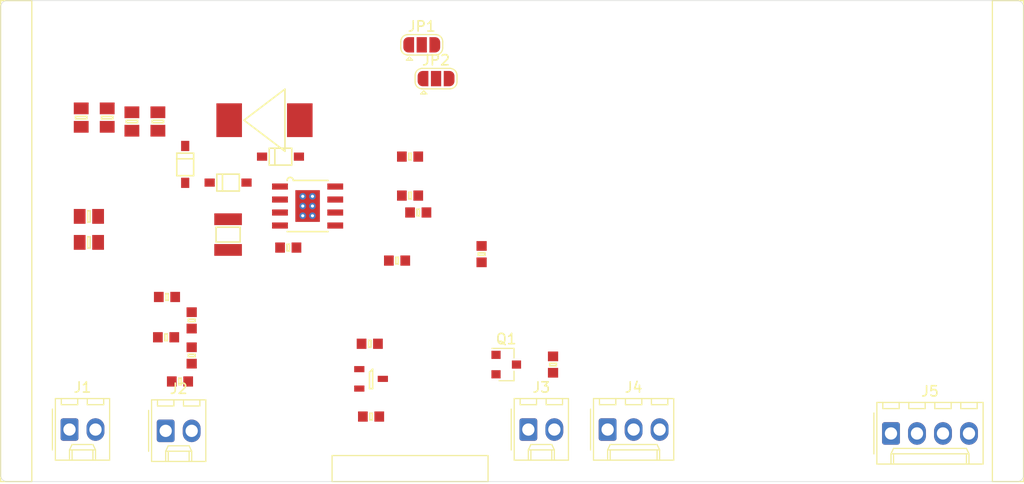
<source format=kicad_pcb>
(kicad_pcb (version 20171130) (host pcbnew 5.1.4-e60b266~84~ubuntu18.04.1)

  (general
    (thickness 1.6)
    (drawings 20)
    (tracks 0)
    (zones 0)
    (modules 35)
    (nets 19)
  )

  (page A4)
  (layers
    (0 F.Cu signal)
    (31 B.Cu signal)
    (32 B.Adhes user)
    (33 F.Adhes user)
    (34 B.Paste user)
    (35 F.Paste user)
    (36 B.SilkS user)
    (37 F.SilkS user)
    (38 B.Mask user)
    (39 F.Mask user)
    (40 Dwgs.User user)
    (41 Cmts.User user)
    (42 Eco1.User user)
    (43 Eco2.User user)
    (44 Edge.Cuts user)
    (45 Margin user)
    (46 B.CrtYd user)
    (47 F.CrtYd user)
    (48 B.Fab user)
    (49 F.Fab user)
  )

  (setup
    (last_trace_width 0.25)
    (trace_clearance 0.2)
    (zone_clearance 0.508)
    (zone_45_only no)
    (trace_min 0.2)
    (via_size 0.8)
    (via_drill 0.4)
    (via_min_size 0.4)
    (via_min_drill 0.3)
    (uvia_size 0.3)
    (uvia_drill 0.1)
    (uvias_allowed no)
    (uvia_min_size 0.2)
    (uvia_min_drill 0.1)
    (edge_width 0.05)
    (segment_width 0.2)
    (pcb_text_width 0.3)
    (pcb_text_size 1.5 1.5)
    (mod_edge_width 0.12)
    (mod_text_size 1 1)
    (mod_text_width 0.15)
    (pad_size 1.524 1.524)
    (pad_drill 0.762)
    (pad_to_mask_clearance 0.051)
    (solder_mask_min_width 0.25)
    (aux_axis_origin 0 0)
    (visible_elements FFFFFF7F)
    (pcbplotparams
      (layerselection 0x010fc_ffffffff)
      (usegerberextensions false)
      (usegerberattributes false)
      (usegerberadvancedattributes false)
      (creategerberjobfile false)
      (excludeedgelayer true)
      (linewidth 0.100000)
      (plotframeref false)
      (viasonmask false)
      (mode 1)
      (useauxorigin false)
      (hpglpennumber 1)
      (hpglpenspeed 20)
      (hpglpendiameter 15.000000)
      (psnegative false)
      (psa4output false)
      (plotreference true)
      (plotvalue true)
      (plotinvisibletext false)
      (padsonsilk false)
      (subtractmaskfromsilk false)
      (outputformat 1)
      (mirror false)
      (drillshape 1)
      (scaleselection 1)
      (outputdirectory ""))
  )

  (net 0 "")
  (net 1 "Net-(C1-Pad2)")
  (net 2 GND)
  (net 3 "Net-(C2-Pad1)")
  (net 4 "Net-(C7-Pad1)")
  (net 5 "Net-(C12-Pad2)")
  (net 6 "Net-(C8-Pad1)")
  (net 7 3v3)
  (net 8 "Net-(C12-Pad1)")
  (net 9 "Net-(D3-Pad2)")
  (net 10 A_TONE_PIN)
  (net 11 A_FAULT_PIN)
  (net 12 A_SEL_PIN)
  (net 13 A_EN_PIN)
  (net 14 A_EN_REMOTE)
  (net 15 A_TONE_REMOTE)
  (net 16 A_SEL_REMOTE)
  (net 17 "Net-(J3-Pad1)")
  (net 18 "Net-(J3-Pad2)")

  (net_class Default "This is the default net class."
    (clearance 0.2)
    (trace_width 0.25)
    (via_dia 0.8)
    (via_drill 0.4)
    (uvia_dia 0.3)
    (uvia_drill 0.1)
    (add_net 3v3)
    (add_net A_EN_PIN)
    (add_net A_EN_REMOTE)
    (add_net A_FAULT_PIN)
    (add_net A_SEL_PIN)
    (add_net A_SEL_REMOTE)
    (add_net A_TONE_PIN)
    (add_net A_TONE_REMOTE)
    (add_net GND)
    (add_net "Net-(C1-Pad2)")
    (add_net "Net-(C12-Pad1)")
    (add_net "Net-(C12-Pad2)")
    (add_net "Net-(C2-Pad1)")
    (add_net "Net-(C7-Pad1)")
    (add_net "Net-(C8-Pad1)")
    (add_net "Net-(D3-Pad2)")
    (add_net "Net-(J3-Pad1)")
    (add_net "Net-(J3-Pad2)")
  )

  (module agg:0603 (layer F.Cu) (tedit 57654490) (tstamp 5D7031E1)
    (at 76.2 115.57 180)
    (path /5D77E453)
    (fp_text reference C1 (at -2.225 0 90) (layer F.Fab)
      (effects (font (size 1 1) (thickness 0.15)))
    )
    (fp_text value 100n (at 2.225 0 90) (layer F.Fab)
      (effects (font (size 1 1) (thickness 0.15)))
    )
    (fp_line (start -1.55 0.75) (end -1.55 -0.75) (layer F.CrtYd) (width 0.01))
    (fp_line (start 1.55 0.75) (end -1.55 0.75) (layer F.CrtYd) (width 0.01))
    (fp_line (start 1.55 -0.75) (end 1.55 0.75) (layer F.CrtYd) (width 0.01))
    (fp_line (start -1.55 -0.75) (end 1.55 -0.75) (layer F.CrtYd) (width 0.01))
    (fp_line (start -0.125 0.325) (end -0.125 -0.325) (layer F.SilkS) (width 0.15))
    (fp_line (start 0.125 0.325) (end -0.125 0.325) (layer F.SilkS) (width 0.15))
    (fp_line (start 0.125 -0.325) (end 0.125 0.325) (layer F.SilkS) (width 0.15))
    (fp_line (start -0.125 -0.325) (end 0.125 -0.325) (layer F.SilkS) (width 0.15))
    (fp_line (start 0.45 -0.4) (end 0.45 0.4) (layer F.Fab) (width 0.01))
    (fp_line (start -0.45 -0.4) (end -0.45 0.4) (layer F.Fab) (width 0.01))
    (fp_line (start -0.8 0.4) (end -0.8 -0.4) (layer F.Fab) (width 0.01))
    (fp_line (start 0.8 0.4) (end -0.8 0.4) (layer F.Fab) (width 0.01))
    (fp_line (start 0.8 -0.4) (end 0.8 0.4) (layer F.Fab) (width 0.01))
    (fp_line (start -0.8 -0.4) (end 0.8 -0.4) (layer F.Fab) (width 0.01))
    (pad 2 smd rect (at 0.8 0 180) (size 0.95 1) (layers F.Cu F.Paste F.Mask)
      (net 1 "Net-(C1-Pad2)"))
    (pad 1 smd rect (at -0.8 0 180) (size 0.95 1) (layers F.Cu F.Paste F.Mask)
      (net 2 GND))
    (model ${KISYS3DMOD}/Resistors_SMD.3dshapes/R_0603.wrl
      (at (xyz 0 0 0))
      (scale (xyz 1 1 1))
      (rotate (xyz 0 0 0))
    )
  )

  (module agg:0805 (layer F.Cu) (tedit 57654490) (tstamp 5D7031F5)
    (at 50.419 86.36 270)
    (path /5D72DCF8)
    (fp_text reference C2 (at -2.425 0) (layer F.Fab)
      (effects (font (size 1 1) (thickness 0.15)))
    )
    (fp_text value 10u (at 2.425 0) (layer F.Fab)
      (effects (font (size 1 1) (thickness 0.15)))
    )
    (fp_line (start -1.75 1) (end -1.75 -1) (layer F.CrtYd) (width 0.01))
    (fp_line (start 1.75 1) (end -1.75 1) (layer F.CrtYd) (width 0.01))
    (fp_line (start 1.75 -1) (end 1.75 1) (layer F.CrtYd) (width 0.01))
    (fp_line (start -1.75 -1) (end 1.75 -1) (layer F.CrtYd) (width 0.01))
    (fp_line (start -0.125 0.55) (end -0.125 -0.55) (layer F.SilkS) (width 0.15))
    (fp_line (start 0.125 0.55) (end -0.125 0.55) (layer F.SilkS) (width 0.15))
    (fp_line (start 0.125 -0.55) (end 0.125 0.55) (layer F.SilkS) (width 0.15))
    (fp_line (start -0.125 -0.55) (end 0.125 -0.55) (layer F.SilkS) (width 0.15))
    (fp_line (start 0.5 -0.625) (end 0.5 0.625) (layer F.Fab) (width 0.01))
    (fp_line (start -0.5 -0.625) (end -0.5 0.625) (layer F.Fab) (width 0.01))
    (fp_line (start -1 0.625) (end -1 -0.625) (layer F.Fab) (width 0.01))
    (fp_line (start 1 0.625) (end -1 0.625) (layer F.Fab) (width 0.01))
    (fp_line (start 1 -0.625) (end 1 0.625) (layer F.Fab) (width 0.01))
    (fp_line (start -1 -0.625) (end 1 -0.625) (layer F.Fab) (width 0.01))
    (pad 2 smd rect (at 0.9 0 270) (size 1.15 1.45) (layers F.Cu F.Paste F.Mask)
      (net 2 GND))
    (pad 1 smd rect (at -0.9 0 270) (size 1.15 1.45) (layers F.Cu F.Paste F.Mask)
      (net 3 "Net-(C2-Pad1)"))
    (model ${KISYS3DMOD}/Resistors_SMD.3dshapes/R_0805.wrl
      (at (xyz 0 0 0))
      (scale (xyz 1 1 1))
      (rotate (xyz 0 0 0))
    )
  )

  (module agg:0805 (layer F.Cu) (tedit 57654490) (tstamp 5D703209)
    (at 55.372 86.741 270)
    (path /5D72DCEE)
    (fp_text reference C3 (at -2.425 0) (layer F.Fab)
      (effects (font (size 1 1) (thickness 0.15)))
    )
    (fp_text value 10u (at 2.425 0) (layer F.Fab)
      (effects (font (size 1 1) (thickness 0.15)))
    )
    (fp_line (start -1 -0.625) (end 1 -0.625) (layer F.Fab) (width 0.01))
    (fp_line (start 1 -0.625) (end 1 0.625) (layer F.Fab) (width 0.01))
    (fp_line (start 1 0.625) (end -1 0.625) (layer F.Fab) (width 0.01))
    (fp_line (start -1 0.625) (end -1 -0.625) (layer F.Fab) (width 0.01))
    (fp_line (start -0.5 -0.625) (end -0.5 0.625) (layer F.Fab) (width 0.01))
    (fp_line (start 0.5 -0.625) (end 0.5 0.625) (layer F.Fab) (width 0.01))
    (fp_line (start -0.125 -0.55) (end 0.125 -0.55) (layer F.SilkS) (width 0.15))
    (fp_line (start 0.125 -0.55) (end 0.125 0.55) (layer F.SilkS) (width 0.15))
    (fp_line (start 0.125 0.55) (end -0.125 0.55) (layer F.SilkS) (width 0.15))
    (fp_line (start -0.125 0.55) (end -0.125 -0.55) (layer F.SilkS) (width 0.15))
    (fp_line (start -1.75 -1) (end 1.75 -1) (layer F.CrtYd) (width 0.01))
    (fp_line (start 1.75 -1) (end 1.75 1) (layer F.CrtYd) (width 0.01))
    (fp_line (start 1.75 1) (end -1.75 1) (layer F.CrtYd) (width 0.01))
    (fp_line (start -1.75 1) (end -1.75 -1) (layer F.CrtYd) (width 0.01))
    (pad 1 smd rect (at -0.9 0 270) (size 1.15 1.45) (layers F.Cu F.Paste F.Mask)
      (net 3 "Net-(C2-Pad1)"))
    (pad 2 smd rect (at 0.9 0 270) (size 1.15 1.45) (layers F.Cu F.Paste F.Mask)
      (net 2 GND))
    (model ${KISYS3DMOD}/Resistors_SMD.3dshapes/R_0805.wrl
      (at (xyz 0 0 0))
      (scale (xyz 1 1 1))
      (rotate (xyz 0 0 0))
    )
  )

  (module agg:0805 (layer F.Cu) (tedit 57654490) (tstamp 5D70321D)
    (at 52.832 86.741 270)
    (path /5D714943)
    (fp_text reference C4 (at -2.425 0) (layer F.Fab)
      (effects (font (size 1 1) (thickness 0.15)))
    )
    (fp_text value 10u (at 2.425 0) (layer F.Fab)
      (effects (font (size 1 1) (thickness 0.15)))
    )
    (fp_line (start -1.75 1) (end -1.75 -1) (layer F.CrtYd) (width 0.01))
    (fp_line (start 1.75 1) (end -1.75 1) (layer F.CrtYd) (width 0.01))
    (fp_line (start 1.75 -1) (end 1.75 1) (layer F.CrtYd) (width 0.01))
    (fp_line (start -1.75 -1) (end 1.75 -1) (layer F.CrtYd) (width 0.01))
    (fp_line (start -0.125 0.55) (end -0.125 -0.55) (layer F.SilkS) (width 0.15))
    (fp_line (start 0.125 0.55) (end -0.125 0.55) (layer F.SilkS) (width 0.15))
    (fp_line (start 0.125 -0.55) (end 0.125 0.55) (layer F.SilkS) (width 0.15))
    (fp_line (start -0.125 -0.55) (end 0.125 -0.55) (layer F.SilkS) (width 0.15))
    (fp_line (start 0.5 -0.625) (end 0.5 0.625) (layer F.Fab) (width 0.01))
    (fp_line (start -0.5 -0.625) (end -0.5 0.625) (layer F.Fab) (width 0.01))
    (fp_line (start -1 0.625) (end -1 -0.625) (layer F.Fab) (width 0.01))
    (fp_line (start 1 0.625) (end -1 0.625) (layer F.Fab) (width 0.01))
    (fp_line (start 1 -0.625) (end 1 0.625) (layer F.Fab) (width 0.01))
    (fp_line (start -1 -0.625) (end 1 -0.625) (layer F.Fab) (width 0.01))
    (pad 2 smd rect (at 0.9 0 270) (size 1.15 1.45) (layers F.Cu F.Paste F.Mask)
      (net 2 GND))
    (pad 1 smd rect (at -0.9 0 270) (size 1.15 1.45) (layers F.Cu F.Paste F.Mask)
      (net 3 "Net-(C2-Pad1)"))
    (model ${KISYS3DMOD}/Resistors_SMD.3dshapes/R_0805.wrl
      (at (xyz 0 0 0))
      (scale (xyz 1 1 1))
      (rotate (xyz 0 0 0))
    )
  )

  (module agg:0805 (layer F.Cu) (tedit 57654490) (tstamp 5D703231)
    (at 47.879 86.36 270)
    (path /5D714939)
    (fp_text reference C5 (at -2.425 0) (layer F.Fab)
      (effects (font (size 1 1) (thickness 0.15)))
    )
    (fp_text value 10u (at 2.425 0) (layer F.Fab)
      (effects (font (size 1 1) (thickness 0.15)))
    )
    (fp_line (start -1 -0.625) (end 1 -0.625) (layer F.Fab) (width 0.01))
    (fp_line (start 1 -0.625) (end 1 0.625) (layer F.Fab) (width 0.01))
    (fp_line (start 1 0.625) (end -1 0.625) (layer F.Fab) (width 0.01))
    (fp_line (start -1 0.625) (end -1 -0.625) (layer F.Fab) (width 0.01))
    (fp_line (start -0.5 -0.625) (end -0.5 0.625) (layer F.Fab) (width 0.01))
    (fp_line (start 0.5 -0.625) (end 0.5 0.625) (layer F.Fab) (width 0.01))
    (fp_line (start -0.125 -0.55) (end 0.125 -0.55) (layer F.SilkS) (width 0.15))
    (fp_line (start 0.125 -0.55) (end 0.125 0.55) (layer F.SilkS) (width 0.15))
    (fp_line (start 0.125 0.55) (end -0.125 0.55) (layer F.SilkS) (width 0.15))
    (fp_line (start -0.125 0.55) (end -0.125 -0.55) (layer F.SilkS) (width 0.15))
    (fp_line (start -1.75 -1) (end 1.75 -1) (layer F.CrtYd) (width 0.01))
    (fp_line (start 1.75 -1) (end 1.75 1) (layer F.CrtYd) (width 0.01))
    (fp_line (start 1.75 1) (end -1.75 1) (layer F.CrtYd) (width 0.01))
    (fp_line (start -1.75 1) (end -1.75 -1) (layer F.CrtYd) (width 0.01))
    (pad 1 smd rect (at -0.9 0 270) (size 1.15 1.45) (layers F.Cu F.Paste F.Mask)
      (net 3 "Net-(C2-Pad1)"))
    (pad 2 smd rect (at 0.9 0 270) (size 1.15 1.45) (layers F.Cu F.Paste F.Mask)
      (net 2 GND))
    (model ${KISYS3DMOD}/Resistors_SMD.3dshapes/R_0805.wrl
      (at (xyz 0 0 0))
      (scale (xyz 1 1 1))
      (rotate (xyz 0 0 0))
    )
  )

  (module agg:0805 (layer F.Cu) (tedit 57654490) (tstamp 5D703245)
    (at 48.63 98.552)
    (path /5D5CB061)
    (fp_text reference C6 (at -2.425 0 90) (layer F.Fab)
      (effects (font (size 1 1) (thickness 0.15)))
    )
    (fp_text value 10u (at 2.425 0 90) (layer F.Fab)
      (effects (font (size 1 1) (thickness 0.15)))
    )
    (fp_line (start -1.75 1) (end -1.75 -1) (layer F.CrtYd) (width 0.01))
    (fp_line (start 1.75 1) (end -1.75 1) (layer F.CrtYd) (width 0.01))
    (fp_line (start 1.75 -1) (end 1.75 1) (layer F.CrtYd) (width 0.01))
    (fp_line (start -1.75 -1) (end 1.75 -1) (layer F.CrtYd) (width 0.01))
    (fp_line (start -0.125 0.55) (end -0.125 -0.55) (layer F.SilkS) (width 0.15))
    (fp_line (start 0.125 0.55) (end -0.125 0.55) (layer F.SilkS) (width 0.15))
    (fp_line (start 0.125 -0.55) (end 0.125 0.55) (layer F.SilkS) (width 0.15))
    (fp_line (start -0.125 -0.55) (end 0.125 -0.55) (layer F.SilkS) (width 0.15))
    (fp_line (start 0.5 -0.625) (end 0.5 0.625) (layer F.Fab) (width 0.01))
    (fp_line (start -0.5 -0.625) (end -0.5 0.625) (layer F.Fab) (width 0.01))
    (fp_line (start -1 0.625) (end -1 -0.625) (layer F.Fab) (width 0.01))
    (fp_line (start 1 0.625) (end -1 0.625) (layer F.Fab) (width 0.01))
    (fp_line (start 1 -0.625) (end 1 0.625) (layer F.Fab) (width 0.01))
    (fp_line (start -1 -0.625) (end 1 -0.625) (layer F.Fab) (width 0.01))
    (pad 2 smd rect (at 0.9 0) (size 1.15 1.45) (layers F.Cu F.Paste F.Mask)
      (net 2 GND))
    (pad 1 smd rect (at -0.9 0) (size 1.15 1.45) (layers F.Cu F.Paste F.Mask)
      (net 1 "Net-(C1-Pad2)"))
    (model ${KISYS3DMOD}/Resistors_SMD.3dshapes/R_0805.wrl
      (at (xyz 0 0 0))
      (scale (xyz 1 1 1))
      (rotate (xyz 0 0 0))
    )
  )

  (module agg:0603 (layer F.Cu) (tedit 57654490) (tstamp 5D77A804)
    (at 56.172 107.823 180)
    (path /5D7C4B20)
    (fp_text reference C7 (at -2.225 0 90) (layer F.Fab)
      (effects (font (size 1 1) (thickness 0.15)))
    )
    (fp_text value 10n (at 2.225 0 90) (layer F.Fab)
      (effects (font (size 1 1) (thickness 0.15)))
    )
    (fp_line (start -0.8 -0.4) (end 0.8 -0.4) (layer F.Fab) (width 0.01))
    (fp_line (start 0.8 -0.4) (end 0.8 0.4) (layer F.Fab) (width 0.01))
    (fp_line (start 0.8 0.4) (end -0.8 0.4) (layer F.Fab) (width 0.01))
    (fp_line (start -0.8 0.4) (end -0.8 -0.4) (layer F.Fab) (width 0.01))
    (fp_line (start -0.45 -0.4) (end -0.45 0.4) (layer F.Fab) (width 0.01))
    (fp_line (start 0.45 -0.4) (end 0.45 0.4) (layer F.Fab) (width 0.01))
    (fp_line (start -0.125 -0.325) (end 0.125 -0.325) (layer F.SilkS) (width 0.15))
    (fp_line (start 0.125 -0.325) (end 0.125 0.325) (layer F.SilkS) (width 0.15))
    (fp_line (start 0.125 0.325) (end -0.125 0.325) (layer F.SilkS) (width 0.15))
    (fp_line (start -0.125 0.325) (end -0.125 -0.325) (layer F.SilkS) (width 0.15))
    (fp_line (start -1.55 -0.75) (end 1.55 -0.75) (layer F.CrtYd) (width 0.01))
    (fp_line (start 1.55 -0.75) (end 1.55 0.75) (layer F.CrtYd) (width 0.01))
    (fp_line (start 1.55 0.75) (end -1.55 0.75) (layer F.CrtYd) (width 0.01))
    (fp_line (start -1.55 0.75) (end -1.55 -0.75) (layer F.CrtYd) (width 0.01))
    (pad 1 smd rect (at -0.8 0 180) (size 0.95 1) (layers F.Cu F.Paste F.Mask)
      (net 4 "Net-(C7-Pad1)"))
    (pad 2 smd rect (at 0.8 0 180) (size 0.95 1) (layers F.Cu F.Paste F.Mask)
      (net 5 "Net-(C12-Pad2)"))
    (model ${KISYS3DMOD}/Resistors_SMD.3dshapes/R_0603.wrl
      (at (xyz 0 0 0))
      (scale (xyz 1 1 1))
      (rotate (xyz 0 0 0))
    )
  )

  (module agg:0603 (layer F.Cu) (tedit 57654490) (tstamp 5D77A792)
    (at 56.261 103.886 180)
    (path /5D727459)
    (fp_text reference C8 (at -2.225 0 90) (layer F.Fab)
      (effects (font (size 1 1) (thickness 0.15)))
    )
    (fp_text value 100n (at 2.225 0 90) (layer F.Fab)
      (effects (font (size 1 1) (thickness 0.15)))
    )
    (fp_line (start -0.8 -0.4) (end 0.8 -0.4) (layer F.Fab) (width 0.01))
    (fp_line (start 0.8 -0.4) (end 0.8 0.4) (layer F.Fab) (width 0.01))
    (fp_line (start 0.8 0.4) (end -0.8 0.4) (layer F.Fab) (width 0.01))
    (fp_line (start -0.8 0.4) (end -0.8 -0.4) (layer F.Fab) (width 0.01))
    (fp_line (start -0.45 -0.4) (end -0.45 0.4) (layer F.Fab) (width 0.01))
    (fp_line (start 0.45 -0.4) (end 0.45 0.4) (layer F.Fab) (width 0.01))
    (fp_line (start -0.125 -0.325) (end 0.125 -0.325) (layer F.SilkS) (width 0.15))
    (fp_line (start 0.125 -0.325) (end 0.125 0.325) (layer F.SilkS) (width 0.15))
    (fp_line (start 0.125 0.325) (end -0.125 0.325) (layer F.SilkS) (width 0.15))
    (fp_line (start -0.125 0.325) (end -0.125 -0.325) (layer F.SilkS) (width 0.15))
    (fp_line (start -1.55 -0.75) (end 1.55 -0.75) (layer F.CrtYd) (width 0.01))
    (fp_line (start 1.55 -0.75) (end 1.55 0.75) (layer F.CrtYd) (width 0.01))
    (fp_line (start 1.55 0.75) (end -1.55 0.75) (layer F.CrtYd) (width 0.01))
    (fp_line (start -1.55 0.75) (end -1.55 -0.75) (layer F.CrtYd) (width 0.01))
    (pad 1 smd rect (at -0.8 0 180) (size 0.95 1) (layers F.Cu F.Paste F.Mask)
      (net 6 "Net-(C8-Pad1)"))
    (pad 2 smd rect (at 0.8 0 180) (size 0.95 1) (layers F.Cu F.Paste F.Mask)
      (net 2 GND))
    (model ${KISYS3DMOD}/Resistors_SMD.3dshapes/R_0603.wrl
      (at (xyz 0 0 0))
      (scale (xyz 1 1 1))
      (rotate (xyz 0 0 0))
    )
  )

  (module agg:0603 (layer F.Cu) (tedit 57654490) (tstamp 5D703281)
    (at 76.073 108.458)
    (path /5D77F4E7)
    (fp_text reference C9 (at -2.225 0 90) (layer F.Fab)
      (effects (font (size 1 1) (thickness 0.15)))
    )
    (fp_text value 100n (at 2.225 0 90) (layer F.Fab)
      (effects (font (size 1 1) (thickness 0.15)))
    )
    (fp_line (start -1.55 0.75) (end -1.55 -0.75) (layer F.CrtYd) (width 0.01))
    (fp_line (start 1.55 0.75) (end -1.55 0.75) (layer F.CrtYd) (width 0.01))
    (fp_line (start 1.55 -0.75) (end 1.55 0.75) (layer F.CrtYd) (width 0.01))
    (fp_line (start -1.55 -0.75) (end 1.55 -0.75) (layer F.CrtYd) (width 0.01))
    (fp_line (start -0.125 0.325) (end -0.125 -0.325) (layer F.SilkS) (width 0.15))
    (fp_line (start 0.125 0.325) (end -0.125 0.325) (layer F.SilkS) (width 0.15))
    (fp_line (start 0.125 -0.325) (end 0.125 0.325) (layer F.SilkS) (width 0.15))
    (fp_line (start -0.125 -0.325) (end 0.125 -0.325) (layer F.SilkS) (width 0.15))
    (fp_line (start 0.45 -0.4) (end 0.45 0.4) (layer F.Fab) (width 0.01))
    (fp_line (start -0.45 -0.4) (end -0.45 0.4) (layer F.Fab) (width 0.01))
    (fp_line (start -0.8 0.4) (end -0.8 -0.4) (layer F.Fab) (width 0.01))
    (fp_line (start 0.8 0.4) (end -0.8 0.4) (layer F.Fab) (width 0.01))
    (fp_line (start 0.8 -0.4) (end 0.8 0.4) (layer F.Fab) (width 0.01))
    (fp_line (start -0.8 -0.4) (end 0.8 -0.4) (layer F.Fab) (width 0.01))
    (pad 2 smd rect (at 0.8 0) (size 0.95 1) (layers F.Cu F.Paste F.Mask)
      (net 2 GND))
    (pad 1 smd rect (at -0.8 0) (size 0.95 1) (layers F.Cu F.Paste F.Mask)
      (net 7 3v3))
    (model ${KISYS3DMOD}/Resistors_SMD.3dshapes/R_0603.wrl
      (at (xyz 0 0 0))
      (scale (xyz 1 1 1))
      (rotate (xyz 0 0 0))
    )
  )

  (module agg:0805 (layer F.Cu) (tedit 57654490) (tstamp 5D77AA6B)
    (at 48.63 96.012)
    (path /5D5CB41F)
    (fp_text reference C10 (at -2.425 0 90) (layer F.Fab)
      (effects (font (size 1 1) (thickness 0.15)))
    )
    (fp_text value 10u (at 2.425 0 90) (layer F.Fab)
      (effects (font (size 1 1) (thickness 0.15)))
    )
    (fp_line (start -1 -0.625) (end 1 -0.625) (layer F.Fab) (width 0.01))
    (fp_line (start 1 -0.625) (end 1 0.625) (layer F.Fab) (width 0.01))
    (fp_line (start 1 0.625) (end -1 0.625) (layer F.Fab) (width 0.01))
    (fp_line (start -1 0.625) (end -1 -0.625) (layer F.Fab) (width 0.01))
    (fp_line (start -0.5 -0.625) (end -0.5 0.625) (layer F.Fab) (width 0.01))
    (fp_line (start 0.5 -0.625) (end 0.5 0.625) (layer F.Fab) (width 0.01))
    (fp_line (start -0.125 -0.55) (end 0.125 -0.55) (layer F.SilkS) (width 0.15))
    (fp_line (start 0.125 -0.55) (end 0.125 0.55) (layer F.SilkS) (width 0.15))
    (fp_line (start 0.125 0.55) (end -0.125 0.55) (layer F.SilkS) (width 0.15))
    (fp_line (start -0.125 0.55) (end -0.125 -0.55) (layer F.SilkS) (width 0.15))
    (fp_line (start -1.75 -1) (end 1.75 -1) (layer F.CrtYd) (width 0.01))
    (fp_line (start 1.75 -1) (end 1.75 1) (layer F.CrtYd) (width 0.01))
    (fp_line (start 1.75 1) (end -1.75 1) (layer F.CrtYd) (width 0.01))
    (fp_line (start -1.75 1) (end -1.75 -1) (layer F.CrtYd) (width 0.01))
    (pad 1 smd rect (at -0.9 0) (size 1.15 1.45) (layers F.Cu F.Paste F.Mask)
      (net 1 "Net-(C1-Pad2)"))
    (pad 2 smd rect (at 0.9 0) (size 1.15 1.45) (layers F.Cu F.Paste F.Mask)
      (net 2 GND))
    (model ${KISYS3DMOD}/Resistors_SMD.3dshapes/R_0805.wrl
      (at (xyz 0 0 0))
      (scale (xyz 1 1 1))
      (rotate (xyz 0 0 0))
    )
  )

  (module agg:0603 (layer F.Cu) (tedit 57654490) (tstamp 5D7032A9)
    (at 68.11 99.06)
    (path /5D5CB690)
    (fp_text reference C11 (at -2.225 0 90) (layer F.Fab)
      (effects (font (size 1 1) (thickness 0.15)))
    )
    (fp_text value 1u (at 2.225 0 90) (layer F.Fab)
      (effects (font (size 1 1) (thickness 0.15)))
    )
    (fp_line (start -1.55 0.75) (end -1.55 -0.75) (layer F.CrtYd) (width 0.01))
    (fp_line (start 1.55 0.75) (end -1.55 0.75) (layer F.CrtYd) (width 0.01))
    (fp_line (start 1.55 -0.75) (end 1.55 0.75) (layer F.CrtYd) (width 0.01))
    (fp_line (start -1.55 -0.75) (end 1.55 -0.75) (layer F.CrtYd) (width 0.01))
    (fp_line (start -0.125 0.325) (end -0.125 -0.325) (layer F.SilkS) (width 0.15))
    (fp_line (start 0.125 0.325) (end -0.125 0.325) (layer F.SilkS) (width 0.15))
    (fp_line (start 0.125 -0.325) (end 0.125 0.325) (layer F.SilkS) (width 0.15))
    (fp_line (start -0.125 -0.325) (end 0.125 -0.325) (layer F.SilkS) (width 0.15))
    (fp_line (start 0.45 -0.4) (end 0.45 0.4) (layer F.Fab) (width 0.01))
    (fp_line (start -0.45 -0.4) (end -0.45 0.4) (layer F.Fab) (width 0.01))
    (fp_line (start -0.8 0.4) (end -0.8 -0.4) (layer F.Fab) (width 0.01))
    (fp_line (start 0.8 0.4) (end -0.8 0.4) (layer F.Fab) (width 0.01))
    (fp_line (start 0.8 -0.4) (end 0.8 0.4) (layer F.Fab) (width 0.01))
    (fp_line (start -0.8 -0.4) (end 0.8 -0.4) (layer F.Fab) (width 0.01))
    (pad 2 smd rect (at 0.8 0) (size 0.95 1) (layers F.Cu F.Paste F.Mask)
      (net 2 GND))
    (pad 1 smd rect (at -0.8 0) (size 0.95 1) (layers F.Cu F.Paste F.Mask)
      (net 1 "Net-(C1-Pad2)"))
    (model ${KISYS3DMOD}/Resistors_SMD.3dshapes/R_0603.wrl
      (at (xyz 0 0 0))
      (scale (xyz 1 1 1))
      (rotate (xyz 0 0 0))
    )
  )

  (module agg:0603 (layer F.Cu) (tedit 57654490) (tstamp 5D77A756)
    (at 57.531 112.141 180)
    (path /5D7C578D)
    (fp_text reference C12 (at -2.225 0 90) (layer F.Fab)
      (effects (font (size 1 1) (thickness 0.15)))
    )
    (fp_text value 10n (at 2.225 0 90) (layer F.Fab)
      (effects (font (size 1 1) (thickness 0.15)))
    )
    (fp_line (start -0.8 -0.4) (end 0.8 -0.4) (layer F.Fab) (width 0.01))
    (fp_line (start 0.8 -0.4) (end 0.8 0.4) (layer F.Fab) (width 0.01))
    (fp_line (start 0.8 0.4) (end -0.8 0.4) (layer F.Fab) (width 0.01))
    (fp_line (start -0.8 0.4) (end -0.8 -0.4) (layer F.Fab) (width 0.01))
    (fp_line (start -0.45 -0.4) (end -0.45 0.4) (layer F.Fab) (width 0.01))
    (fp_line (start 0.45 -0.4) (end 0.45 0.4) (layer F.Fab) (width 0.01))
    (fp_line (start -0.125 -0.325) (end 0.125 -0.325) (layer F.SilkS) (width 0.15))
    (fp_line (start 0.125 -0.325) (end 0.125 0.325) (layer F.SilkS) (width 0.15))
    (fp_line (start 0.125 0.325) (end -0.125 0.325) (layer F.SilkS) (width 0.15))
    (fp_line (start -0.125 0.325) (end -0.125 -0.325) (layer F.SilkS) (width 0.15))
    (fp_line (start -1.55 -0.75) (end 1.55 -0.75) (layer F.CrtYd) (width 0.01))
    (fp_line (start 1.55 -0.75) (end 1.55 0.75) (layer F.CrtYd) (width 0.01))
    (fp_line (start 1.55 0.75) (end -1.55 0.75) (layer F.CrtYd) (width 0.01))
    (fp_line (start -1.55 0.75) (end -1.55 -0.75) (layer F.CrtYd) (width 0.01))
    (pad 1 smd rect (at -0.8 0 180) (size 0.95 1) (layers F.Cu F.Paste F.Mask)
      (net 8 "Net-(C12-Pad1)"))
    (pad 2 smd rect (at 0.8 0 180) (size 0.95 1) (layers F.Cu F.Paste F.Mask)
      (net 5 "Net-(C12-Pad2)"))
    (model ${KISYS3DMOD}/Resistors_SMD.3dshapes/R_0603.wrl
      (at (xyz 0 0 0))
      (scale (xyz 1 1 1))
      (rotate (xyz 0 0 0))
    )
  )

  (module agg:DO-214AB-SMC (layer F.Cu) (tedit 5770EBF8) (tstamp 5D7032D5)
    (at 65.786 86.614)
    (path /5D73266D)
    (fp_text reference D1 (at -5.65 0 90) (layer F.Fab)
      (effects (font (size 1 1) (thickness 0.15)))
    )
    (fp_text value SMDJ20A (at 5.65 0 90) (layer F.Fab)
      (effects (font (size 1 1) (thickness 0.15)))
    )
    (fp_line (start -3.555 -3.11) (end 3.555 -3.11) (layer F.Fab) (width 0.01))
    (fp_line (start 3.555 -3.11) (end 3.555 3.11) (layer F.Fab) (width 0.01))
    (fp_line (start 3.555 3.11) (end -3.555 3.11) (layer F.Fab) (width 0.01))
    (fp_line (start -3.555 3.11) (end -3.555 -3.11) (layer F.Fab) (width 0.01))
    (fp_line (start -1.7775 -3.11) (end -1.7775 3.11) (layer F.Fab) (width 0.01))
    (fp_line (start -4.065 -1.59) (end -4.065 1.59) (layer F.Fab) (width 0.01))
    (fp_line (start -4.065 -1.59) (end -3.555 -1.59) (layer F.Fab) (width 0.01))
    (fp_line (start -4.065 1.59) (end -3.555 1.59) (layer F.Fab) (width 0.01))
    (fp_line (start 4.065 -1.59) (end 4.065 1.59) (layer F.Fab) (width 0.01))
    (fp_line (start 4.065 -1.59) (end 3.555 -1.59) (layer F.Fab) (width 0.01))
    (fp_line (start 4.065 1.59) (end 3.555 1.59) (layer F.Fab) (width 0.01))
    (fp_line (start -2 0) (end 2 -3.035) (layer F.SilkS) (width 0.15))
    (fp_line (start -2 0) (end 2 3.035) (layer F.SilkS) (width 0.15))
    (fp_line (start 2 -3.035) (end 2 3.035) (layer F.SilkS) (width 0.15))
    (fp_line (start -4.95 -3.4) (end 4.95 -3.4) (layer F.CrtYd) (width 0.01))
    (fp_line (start 4.95 -3.4) (end 4.95 3.4) (layer F.CrtYd) (width 0.01))
    (fp_line (start 4.95 3.4) (end -4.95 3.4) (layer F.CrtYd) (width 0.01))
    (fp_line (start -4.95 3.4) (end -4.95 -3.4) (layer F.CrtYd) (width 0.01))
    (pad 1 smd rect (at -3.45 0) (size 2.5 3.3) (layers F.Cu F.Paste F.Mask)
      (net 6 "Net-(C8-Pad1)"))
    (pad 2 smd rect (at 3.45 0) (size 2.5 3.3) (layers F.Cu F.Paste F.Mask)
      (net 2 GND))
    (model ${KISYS3DMOD}/Diodes_SMD.3dshapes/SMC_Standard.wrl
      (at (xyz 0 0 0))
      (scale (xyz 0.3937 0.3937 0.3937))
      (rotate (xyz 0 0 180))
    )
  )

  (module agg:SOD-123 (layer F.Cu) (tedit 5850B575) (tstamp 5D7032EF)
    (at 67.35 90.175)
    (path /5D7268F2)
    (fp_text reference D2 (at -3.25 0 90) (layer F.Fab)
      (effects (font (size 1 1) (thickness 0.15)))
    )
    (fp_text value SS14 (at 3.25 0 90) (layer F.Fab)
      (effects (font (size 1 1) (thickness 0.15)))
    )
    (fp_line (start -1.4 -0.9) (end 1.4 -0.9) (layer F.Fab) (width 0.01))
    (fp_line (start 1.4 -0.9) (end 1.4 0.9) (layer F.Fab) (width 0.01))
    (fp_line (start 1.4 0.9) (end -1.4 0.9) (layer F.Fab) (width 0.01))
    (fp_line (start -1.4 0.9) (end -1.4 -0.9) (layer F.Fab) (width 0.01))
    (fp_line (start -0.7 -0.9) (end -0.7 0.9) (layer F.Fab) (width 0.01))
    (fp_line (start -1.9 -0.35) (end -1.9 0.35) (layer F.Fab) (width 0.01))
    (fp_line (start -1.9 -0.35) (end -1.4 -0.35) (layer F.Fab) (width 0.01))
    (fp_line (start -1.9 0.35) (end -1.4 0.35) (layer F.Fab) (width 0.01))
    (fp_line (start 1.9 -0.35) (end 1.9 0.35) (layer F.Fab) (width 0.01))
    (fp_line (start 1.9 -0.35) (end 1.4 -0.35) (layer F.Fab) (width 0.01))
    (fp_line (start 1.9 0.35) (end 1.4 0.35) (layer F.Fab) (width 0.01))
    (fp_line (start -1.1 -0.825) (end 1.1 -0.825) (layer F.SilkS) (width 0.15))
    (fp_line (start 1.1 -0.825) (end 1.1 0.825) (layer F.SilkS) (width 0.15))
    (fp_line (start 1.1 0.825) (end -1.1 0.825) (layer F.SilkS) (width 0.15))
    (fp_line (start -1.1 0.825) (end -1.1 -0.825) (layer F.SilkS) (width 0.15))
    (fp_line (start -0.55 -0.825) (end -0.55 0.825) (layer F.SilkS) (width 0.15))
    (fp_line (start -2.55 -1.15) (end 2.55 -1.15) (layer F.CrtYd) (width 0.01))
    (fp_line (start 2.55 -1.15) (end 2.55 1.15) (layer F.CrtYd) (width 0.01))
    (fp_line (start 2.55 1.15) (end -2.55 1.15) (layer F.CrtYd) (width 0.01))
    (fp_line (start -2.55 1.15) (end -2.55 -1.15) (layer F.CrtYd) (width 0.01))
    (pad 1 smd rect (at -1.8 0) (size 1 0.8) (layers F.Cu F.Paste F.Mask)
      (net 6 "Net-(C8-Pad1)"))
    (pad 2 smd rect (at 1.8 0) (size 1 0.8) (layers F.Cu F.Paste F.Mask)
      (net 2 GND))
  )

  (module agg:SOD-123 (layer F.Cu) (tedit 5850B575) (tstamp 5D703309)
    (at 62.23 92.71)
    (path /5D5CBF59)
    (fp_text reference D3 (at -3.25 0 90) (layer F.Fab)
      (effects (font (size 1 1) (thickness 0.15)))
    )
    (fp_text value SS14 (at 3.25 0 90) (layer F.Fab)
      (effects (font (size 1 1) (thickness 0.15)))
    )
    (fp_line (start -1.4 -0.9) (end 1.4 -0.9) (layer F.Fab) (width 0.01))
    (fp_line (start 1.4 -0.9) (end 1.4 0.9) (layer F.Fab) (width 0.01))
    (fp_line (start 1.4 0.9) (end -1.4 0.9) (layer F.Fab) (width 0.01))
    (fp_line (start -1.4 0.9) (end -1.4 -0.9) (layer F.Fab) (width 0.01))
    (fp_line (start -0.7 -0.9) (end -0.7 0.9) (layer F.Fab) (width 0.01))
    (fp_line (start -1.9 -0.35) (end -1.9 0.35) (layer F.Fab) (width 0.01))
    (fp_line (start -1.9 -0.35) (end -1.4 -0.35) (layer F.Fab) (width 0.01))
    (fp_line (start -1.9 0.35) (end -1.4 0.35) (layer F.Fab) (width 0.01))
    (fp_line (start 1.9 -0.35) (end 1.9 0.35) (layer F.Fab) (width 0.01))
    (fp_line (start 1.9 -0.35) (end 1.4 -0.35) (layer F.Fab) (width 0.01))
    (fp_line (start 1.9 0.35) (end 1.4 0.35) (layer F.Fab) (width 0.01))
    (fp_line (start -1.1 -0.825) (end 1.1 -0.825) (layer F.SilkS) (width 0.15))
    (fp_line (start 1.1 -0.825) (end 1.1 0.825) (layer F.SilkS) (width 0.15))
    (fp_line (start 1.1 0.825) (end -1.1 0.825) (layer F.SilkS) (width 0.15))
    (fp_line (start -1.1 0.825) (end -1.1 -0.825) (layer F.SilkS) (width 0.15))
    (fp_line (start -0.55 -0.825) (end -0.55 0.825) (layer F.SilkS) (width 0.15))
    (fp_line (start -2.55 -1.15) (end 2.55 -1.15) (layer F.CrtYd) (width 0.01))
    (fp_line (start 2.55 -1.15) (end 2.55 1.15) (layer F.CrtYd) (width 0.01))
    (fp_line (start 2.55 1.15) (end -2.55 1.15) (layer F.CrtYd) (width 0.01))
    (fp_line (start -2.55 1.15) (end -2.55 -1.15) (layer F.CrtYd) (width 0.01))
    (pad 1 smd rect (at -1.8 0) (size 1 0.8) (layers F.Cu F.Paste F.Mask)
      (net 3 "Net-(C2-Pad1)"))
    (pad 2 smd rect (at 1.8 0) (size 1 0.8) (layers F.Cu F.Paste F.Mask)
      (net 9 "Net-(D3-Pad2)"))
  )

  (module agg:SOD-123 (layer F.Cu) (tedit 5850B575) (tstamp 5D703323)
    (at 58.039 90.932 270)
    (path /5D5CD78D)
    (fp_text reference D4 (at -3.25 0) (layer F.Fab)
      (effects (font (size 1 1) (thickness 0.15)))
    )
    (fp_text value SS14 (at 3.25 0) (layer F.Fab)
      (effects (font (size 1 1) (thickness 0.15)))
    )
    (fp_line (start -2.55 1.15) (end -2.55 -1.15) (layer F.CrtYd) (width 0.01))
    (fp_line (start 2.55 1.15) (end -2.55 1.15) (layer F.CrtYd) (width 0.01))
    (fp_line (start 2.55 -1.15) (end 2.55 1.15) (layer F.CrtYd) (width 0.01))
    (fp_line (start -2.55 -1.15) (end 2.55 -1.15) (layer F.CrtYd) (width 0.01))
    (fp_line (start -0.55 -0.825) (end -0.55 0.825) (layer F.SilkS) (width 0.15))
    (fp_line (start -1.1 0.825) (end -1.1 -0.825) (layer F.SilkS) (width 0.15))
    (fp_line (start 1.1 0.825) (end -1.1 0.825) (layer F.SilkS) (width 0.15))
    (fp_line (start 1.1 -0.825) (end 1.1 0.825) (layer F.SilkS) (width 0.15))
    (fp_line (start -1.1 -0.825) (end 1.1 -0.825) (layer F.SilkS) (width 0.15))
    (fp_line (start 1.9 0.35) (end 1.4 0.35) (layer F.Fab) (width 0.01))
    (fp_line (start 1.9 -0.35) (end 1.4 -0.35) (layer F.Fab) (width 0.01))
    (fp_line (start 1.9 -0.35) (end 1.9 0.35) (layer F.Fab) (width 0.01))
    (fp_line (start -1.9 0.35) (end -1.4 0.35) (layer F.Fab) (width 0.01))
    (fp_line (start -1.9 -0.35) (end -1.4 -0.35) (layer F.Fab) (width 0.01))
    (fp_line (start -1.9 -0.35) (end -1.9 0.35) (layer F.Fab) (width 0.01))
    (fp_line (start -0.7 -0.9) (end -0.7 0.9) (layer F.Fab) (width 0.01))
    (fp_line (start -1.4 0.9) (end -1.4 -0.9) (layer F.Fab) (width 0.01))
    (fp_line (start 1.4 0.9) (end -1.4 0.9) (layer F.Fab) (width 0.01))
    (fp_line (start 1.4 -0.9) (end 1.4 0.9) (layer F.Fab) (width 0.01))
    (fp_line (start -1.4 -0.9) (end 1.4 -0.9) (layer F.Fab) (width 0.01))
    (pad 2 smd rect (at 1.8 0 270) (size 1 0.8) (layers F.Cu F.Paste F.Mask)
      (net 6 "Net-(C8-Pad1)"))
    (pad 1 smd rect (at -1.8 0 270) (size 1 0.8) (layers F.Cu F.Paste F.Mask)
      (net 3 "Net-(C2-Pad1)"))
  )

  (module agg:0603 (layer F.Cu) (tedit 57654490) (tstamp 5D77A71D)
    (at 58.674 106.172 90)
    (path /5D7C3C7C)
    (fp_text reference FB1 (at -2.225 0) (layer F.Fab)
      (effects (font (size 1 1) (thickness 0.15)))
    )
    (fp_text value Ferrite_Bead_Small (at 2.225 0) (layer F.Fab)
      (effects (font (size 1 1) (thickness 0.15)))
    )
    (fp_line (start -0.8 -0.4) (end 0.8 -0.4) (layer F.Fab) (width 0.01))
    (fp_line (start 0.8 -0.4) (end 0.8 0.4) (layer F.Fab) (width 0.01))
    (fp_line (start 0.8 0.4) (end -0.8 0.4) (layer F.Fab) (width 0.01))
    (fp_line (start -0.8 0.4) (end -0.8 -0.4) (layer F.Fab) (width 0.01))
    (fp_line (start -0.45 -0.4) (end -0.45 0.4) (layer F.Fab) (width 0.01))
    (fp_line (start 0.45 -0.4) (end 0.45 0.4) (layer F.Fab) (width 0.01))
    (fp_line (start -0.125 -0.325) (end 0.125 -0.325) (layer F.SilkS) (width 0.15))
    (fp_line (start 0.125 -0.325) (end 0.125 0.325) (layer F.SilkS) (width 0.15))
    (fp_line (start 0.125 0.325) (end -0.125 0.325) (layer F.SilkS) (width 0.15))
    (fp_line (start -0.125 0.325) (end -0.125 -0.325) (layer F.SilkS) (width 0.15))
    (fp_line (start -1.55 -0.75) (end 1.55 -0.75) (layer F.CrtYd) (width 0.01))
    (fp_line (start 1.55 -0.75) (end 1.55 0.75) (layer F.CrtYd) (width 0.01))
    (fp_line (start 1.55 0.75) (end -1.55 0.75) (layer F.CrtYd) (width 0.01))
    (fp_line (start -1.55 0.75) (end -1.55 -0.75) (layer F.CrtYd) (width 0.01))
    (pad 1 smd rect (at -0.8 0 90) (size 0.95 1) (layers F.Cu F.Paste F.Mask)
      (net 4 "Net-(C7-Pad1)"))
    (pad 2 smd rect (at 0.8 0 90) (size 0.95 1) (layers F.Cu F.Paste F.Mask)
      (net 6 "Net-(C8-Pad1)"))
    (model ${KISYS3DMOD}/Resistors_SMD.3dshapes/R_0603.wrl
      (at (xyz 0 0 0))
      (scale (xyz 1 1 1))
      (rotate (xyz 0 0 0))
    )
  )

  (module agg:0603 (layer F.Cu) (tedit 57654490) (tstamp 5D77A7CB)
    (at 58.674 109.601 90)
    (path /5D7C508E)
    (fp_text reference FB2 (at -2.225 0) (layer F.Fab)
      (effects (font (size 1 1) (thickness 0.15)))
    )
    (fp_text value Ferrite_Bead_Small (at 2.225 0) (layer F.Fab)
      (effects (font (size 1 1) (thickness 0.15)))
    )
    (fp_line (start -0.8 -0.4) (end 0.8 -0.4) (layer F.Fab) (width 0.01))
    (fp_line (start 0.8 -0.4) (end 0.8 0.4) (layer F.Fab) (width 0.01))
    (fp_line (start 0.8 0.4) (end -0.8 0.4) (layer F.Fab) (width 0.01))
    (fp_line (start -0.8 0.4) (end -0.8 -0.4) (layer F.Fab) (width 0.01))
    (fp_line (start -0.45 -0.4) (end -0.45 0.4) (layer F.Fab) (width 0.01))
    (fp_line (start 0.45 -0.4) (end 0.45 0.4) (layer F.Fab) (width 0.01))
    (fp_line (start -0.125 -0.325) (end 0.125 -0.325) (layer F.SilkS) (width 0.15))
    (fp_line (start 0.125 -0.325) (end 0.125 0.325) (layer F.SilkS) (width 0.15))
    (fp_line (start 0.125 0.325) (end -0.125 0.325) (layer F.SilkS) (width 0.15))
    (fp_line (start -0.125 0.325) (end -0.125 -0.325) (layer F.SilkS) (width 0.15))
    (fp_line (start -1.55 -0.75) (end 1.55 -0.75) (layer F.CrtYd) (width 0.01))
    (fp_line (start 1.55 -0.75) (end 1.55 0.75) (layer F.CrtYd) (width 0.01))
    (fp_line (start 1.55 0.75) (end -1.55 0.75) (layer F.CrtYd) (width 0.01))
    (fp_line (start -1.55 0.75) (end -1.55 -0.75) (layer F.CrtYd) (width 0.01))
    (pad 1 smd rect (at -0.8 0 90) (size 0.95 1) (layers F.Cu F.Paste F.Mask)
      (net 8 "Net-(C12-Pad1)"))
    (pad 2 smd rect (at 0.8 0 90) (size 0.95 1) (layers F.Cu F.Paste F.Mask)
      (net 4 "Net-(C7-Pad1)"))
    (model ${KISYS3DMOD}/Resistors_SMD.3dshapes/R_0603.wrl
      (at (xyz 0 0 0))
      (scale (xyz 1 1 1))
      (rotate (xyz 0 0 0))
    )
  )

  (module agg:SOT-23 (layer F.Cu) (tedit 5765688A) (tstamp 5D703369)
    (at 76.2 111.887)
    (path /5D77D5CA)
    (fp_text reference IC1 (at 0 -2.45) (layer F.Fab)
      (effects (font (size 1 1) (thickness 0.15)))
    )
    (fp_text value TLV76033 (at 0 2.45) (layer F.Fab)
      (effects (font (size 1 1) (thickness 0.15)))
    )
    (fp_line (start -0.7 -1.5) (end 0.7 -1.5) (layer F.Fab) (width 0.01))
    (fp_line (start 0.7 -1.5) (end 0.7 1.5) (layer F.Fab) (width 0.01))
    (fp_line (start 0.7 1.5) (end -0.7 1.5) (layer F.Fab) (width 0.01))
    (fp_line (start -0.7 1.5) (end -0.7 -1.5) (layer F.Fab) (width 0.01))
    (fp_circle (center 0.1 -0.7) (end 0.1 -0.3) (layer F.Fab) (width 0.01))
    (fp_line (start -1.25 -1.19) (end -0.7 -1.19) (layer F.Fab) (width 0.01))
    (fp_line (start -0.7 -0.71) (end -1.25 -0.71) (layer F.Fab) (width 0.01))
    (fp_line (start -1.25 -0.71) (end -1.25 -1.19) (layer F.Fab) (width 0.01))
    (fp_line (start -1.25 0.71) (end -0.7 0.71) (layer F.Fab) (width 0.01))
    (fp_line (start -0.7 1.19) (end -1.25 1.19) (layer F.Fab) (width 0.01))
    (fp_line (start -1.25 1.19) (end -1.25 0.71) (layer F.Fab) (width 0.01))
    (fp_line (start 0.7 -0.24) (end 1.25 -0.24) (layer F.Fab) (width 0.01))
    (fp_line (start 1.25 -0.24) (end 1.25 0.24) (layer F.Fab) (width 0.01))
    (fp_line (start 1.25 0.24) (end 0.7 0.24) (layer F.Fab) (width 0.01))
    (fp_line (start 0.15 -0.95) (end 0.15 -0.95) (layer F.SilkS) (width 0.15))
    (fp_line (start 0.15 -0.95) (end 0.15 0.95) (layer F.SilkS) (width 0.15))
    (fp_line (start 0.15 0.95) (end -0.15 0.95) (layer F.SilkS) (width 0.15))
    (fp_line (start -0.15 0.95) (end -0.15 -0.65) (layer F.SilkS) (width 0.15))
    (fp_line (start -0.15 -0.65) (end 0.15 -0.95) (layer F.SilkS) (width 0.15))
    (fp_line (start -1.9 -1.75) (end 1.9 -1.75) (layer F.CrtYd) (width 0.01))
    (fp_line (start 1.9 -1.75) (end 1.9 1.75) (layer F.CrtYd) (width 0.01))
    (fp_line (start 1.9 1.75) (end -1.9 1.75) (layer F.CrtYd) (width 0.01))
    (fp_line (start -1.9 1.75) (end -1.9 -1.75) (layer F.CrtYd) (width 0.01))
    (pad 1 smd rect (at -1.15 -0.95) (size 1 0.6) (layers F.Cu F.Paste F.Mask)
      (net 7 3v3))
    (pad 2 smd rect (at -1.15 0.95) (size 1 0.6) (layers F.Cu F.Paste F.Mask)
      (net 1 "Net-(C1-Pad2)"))
    (pad 3 smd rect (at 1.15 0) (size 1 0.6) (layers F.Cu F.Paste F.Mask)
      (net 2 GND))
    (model ${KISYS3DMOD}/TO_SOT_Packages_SMD.3dshapes/SOT-23.wrl
      (at (xyz 0 0 0))
      (scale (xyz 1 1 1))
      (rotate (xyz 0 0 90))
    )
  )

  (module agg:SOIC-8-EP (layer F.Cu) (tedit 5CBF8375) (tstamp 5D7033A0)
    (at 70 95)
    (path /5D5C8177)
    (fp_text reference IC2 (at 0 -3.45) (layer F.Fab)
      (effects (font (size 1 1) (thickness 0.15)))
    )
    (fp_text value RT5047A (at 0 3.45) (layer F.Fab)
      (effects (font (size 1 1) (thickness 0.15)))
    )
    (fp_line (start -2 -2.5) (end 2 -2.5) (layer F.Fab) (width 0.01))
    (fp_line (start 2 -2.5) (end 2 2.5) (layer F.Fab) (width 0.01))
    (fp_line (start 2 2.5) (end -2 2.5) (layer F.Fab) (width 0.01))
    (fp_line (start -2 2.5) (end -2 -2.5) (layer F.Fab) (width 0.01))
    (fp_circle (center -1.2 -1.7) (end -1.2 -1.3) (layer F.Fab) (width 0.01))
    (fp_line (start -3.1 -2.155) (end -2 -2.155) (layer F.Fab) (width 0.01))
    (fp_line (start -2 -1.655) (end -3.1 -1.655) (layer F.Fab) (width 0.01))
    (fp_line (start -3.1 -1.655) (end -3.1 -2.155) (layer F.Fab) (width 0.01))
    (fp_line (start -3.1 -0.885) (end -2 -0.885) (layer F.Fab) (width 0.01))
    (fp_line (start -2 -0.385) (end -3.1 -0.385) (layer F.Fab) (width 0.01))
    (fp_line (start -3.1 -0.385) (end -3.1 -0.885) (layer F.Fab) (width 0.01))
    (fp_line (start -3.1 0.385) (end -2 0.385) (layer F.Fab) (width 0.01))
    (fp_line (start -2 0.885) (end -3.1 0.885) (layer F.Fab) (width 0.01))
    (fp_line (start -3.1 0.885) (end -3.1 0.385) (layer F.Fab) (width 0.01))
    (fp_line (start -3.1 1.655) (end -2 1.655) (layer F.Fab) (width 0.01))
    (fp_line (start -2 2.155) (end -3.1 2.155) (layer F.Fab) (width 0.01))
    (fp_line (start -3.1 2.155) (end -3.1 1.655) (layer F.Fab) (width 0.01))
    (fp_line (start 2 1.655) (end 3.1 1.655) (layer F.Fab) (width 0.01))
    (fp_line (start 3.1 1.655) (end 3.1 2.155) (layer F.Fab) (width 0.01))
    (fp_line (start 3.1 2.155) (end 2 2.155) (layer F.Fab) (width 0.01))
    (fp_line (start 2 0.385) (end 3.1 0.385) (layer F.Fab) (width 0.01))
    (fp_line (start 3.1 0.385) (end 3.1 0.885) (layer F.Fab) (width 0.01))
    (fp_line (start 3.1 0.885) (end 2 0.885) (layer F.Fab) (width 0.01))
    (fp_line (start 2 -0.885) (end 3.1 -0.885) (layer F.Fab) (width 0.01))
    (fp_line (start 3.1 -0.885) (end 3.1 -0.385) (layer F.Fab) (width 0.01))
    (fp_line (start 3.1 -0.385) (end 2 -0.385) (layer F.Fab) (width 0.01))
    (fp_line (start 2 -2.155) (end 3.1 -2.155) (layer F.Fab) (width 0.01))
    (fp_line (start 3.1 -2.155) (end 3.1 -1.655) (layer F.Fab) (width 0.01))
    (fp_line (start 3.1 -1.655) (end 2 -1.655) (layer F.Fab) (width 0.01))
    (fp_line (start -1.4 -2.5) (end 2 -2.5) (layer F.SilkS) (width 0.15))
    (fp_line (start -2 2.5) (end 2 2.5) (layer F.SilkS) (width 0.15))
    (fp_arc (start -1.7 -2.5) (end -2 -2.5) (angle 180) (layer F.SilkS) (width 0.15))
    (fp_line (start -3.75 -2.75) (end 3.75 -2.75) (layer F.CrtYd) (width 0.01))
    (fp_line (start 3.75 -2.75) (end 3.75 2.75) (layer F.CrtYd) (width 0.01))
    (fp_line (start 3.75 2.75) (end -3.75 2.75) (layer F.CrtYd) (width 0.01))
    (fp_line (start -3.75 2.75) (end -3.75 -2.75) (layer F.CrtYd) (width 0.01))
    (pad 1 smd rect (at -2.7 -1.905) (size 1.55 0.6) (layers F.Cu F.Paste F.Mask)
      (net 6 "Net-(C8-Pad1)"))
    (pad 2 smd rect (at -2.7 -0.635) (size 1.55 0.6) (layers F.Cu F.Paste F.Mask)
      (net 3 "Net-(C2-Pad1)"))
    (pad 3 smd rect (at -2.7 0.635) (size 1.55 0.6) (layers F.Cu F.Paste F.Mask)
      (net 9 "Net-(D3-Pad2)"))
    (pad 4 smd rect (at -2.7 1.905) (size 1.55 0.6) (layers F.Cu F.Paste F.Mask)
      (net 1 "Net-(C1-Pad2)"))
    (pad 5 smd rect (at 2.7 1.905) (size 1.55 0.6) (layers F.Cu F.Paste F.Mask)
      (net 10 A_TONE_PIN))
    (pad 6 smd rect (at 2.7 0.635) (size 1.55 0.6) (layers F.Cu F.Paste F.Mask)
      (net 11 A_FAULT_PIN))
    (pad 7 smd rect (at 2.7 -0.635) (size 1.55 0.6) (layers F.Cu F.Paste F.Mask)
      (net 12 A_SEL_PIN))
    (pad 8 smd rect (at 2.7 -1.905) (size 1.55 0.6) (layers F.Cu F.Paste F.Mask)
      (net 13 A_EN_PIN))
    (pad EP thru_hole circle (at -0.475 -0.95) (size 0.65 0.65) (drill 0.3) (layers *.Cu)
      (net 2 GND) (zone_connect 2))
    (pad EP thru_hole circle (at -0.475 0) (size 0.65 0.65) (drill 0.3) (layers *.Cu)
      (net 2 GND) (zone_connect 2))
    (pad EP thru_hole circle (at -0.475 0.95) (size 0.65 0.65) (drill 0.3) (layers *.Cu)
      (net 2 GND) (zone_connect 2))
    (pad EP thru_hole circle (at 0.475 -0.95) (size 0.65 0.65) (drill 0.3) (layers *.Cu)
      (net 2 GND) (zone_connect 2))
    (pad EP thru_hole circle (at 0.475 0) (size 0.65 0.65) (drill 0.3) (layers *.Cu)
      (net 2 GND) (zone_connect 2))
    (pad EP thru_hole circle (at 0.475 0.95) (size 0.65 0.65) (drill 0.3) (layers *.Cu)
      (net 2 GND) (zone_connect 2))
    (pad EP smd rect (at 0 0) (size 2.4 3.1) (layers F.Cu F.Paste F.Mask)
      (net 2 GND) (solder_mask_margin 0.001) (solder_paste_margin 0.001))
    (model ${KISYS3DMOD}/Housings_SOIC.3dshapes/SOIC-8_3.9x4.9mm_Pitch1.27mm.wrl
      (at (xyz 0 0 0))
      (scale (xyz 1 1 1))
      (rotate (xyz 0 0 0))
    )
  )

  (module Jumper:SolderJumper-3_P1.3mm_Open_RoundedPad1.0x1.5mm (layer F.Cu) (tedit 5B391EB7) (tstamp 5D7033B6)
    (at 81.153 79.248)
    (descr "SMD Solder 3-pad Jumper, 1x1.5mm rounded Pads, 0.3mm gap, open")
    (tags "solder jumper open")
    (path /5D88896B)
    (attr virtual)
    (fp_text reference JP1 (at 0 -1.8) (layer F.SilkS)
      (effects (font (size 1 1) (thickness 0.15)))
    )
    (fp_text value A_EN_REMOTE_JMP (at 0 1.9) (layer F.Fab)
      (effects (font (size 1 1) (thickness 0.15)))
    )
    (fp_line (start -1.2 1.2) (end -0.9 1.5) (layer F.SilkS) (width 0.12))
    (fp_line (start -1.5 1.5) (end -0.9 1.5) (layer F.SilkS) (width 0.12))
    (fp_line (start -1.2 1.2) (end -1.5 1.5) (layer F.SilkS) (width 0.12))
    (fp_line (start -2.05 0.3) (end -2.05 -0.3) (layer F.SilkS) (width 0.12))
    (fp_line (start 1.4 1) (end -1.4 1) (layer F.SilkS) (width 0.12))
    (fp_line (start 2.05 -0.3) (end 2.05 0.3) (layer F.SilkS) (width 0.12))
    (fp_line (start -1.4 -1) (end 1.4 -1) (layer F.SilkS) (width 0.12))
    (fp_line (start -2.3 -1.25) (end 2.3 -1.25) (layer F.CrtYd) (width 0.05))
    (fp_line (start -2.3 -1.25) (end -2.3 1.25) (layer F.CrtYd) (width 0.05))
    (fp_line (start 2.3 1.25) (end 2.3 -1.25) (layer F.CrtYd) (width 0.05))
    (fp_line (start 2.3 1.25) (end -2.3 1.25) (layer F.CrtYd) (width 0.05))
    (fp_arc (start 1.35 -0.3) (end 2.05 -0.3) (angle -90) (layer F.SilkS) (width 0.12))
    (fp_arc (start 1.35 0.3) (end 1.35 1) (angle -90) (layer F.SilkS) (width 0.12))
    (fp_arc (start -1.35 0.3) (end -2.05 0.3) (angle -90) (layer F.SilkS) (width 0.12))
    (fp_arc (start -1.35 -0.3) (end -1.35 -1) (angle -90) (layer F.SilkS) (width 0.12))
    (pad 1 smd custom (at -1.3 0) (size 1 0.5) (layers F.Cu F.Mask)
      (net 13 A_EN_PIN) (zone_connect 2)
      (options (clearance outline) (anchor rect))
      (primitives
        (gr_circle (center 0 0.25) (end 0.5 0.25) (width 0))
        (gr_circle (center 0 -0.25) (end 0.5 -0.25) (width 0))
        (gr_poly (pts
           (xy 0.55 -0.75) (xy 0 -0.75) (xy 0 0.75) (xy 0.55 0.75)) (width 0))
      ))
    (pad 3 smd custom (at 1.3 0) (size 1 0.5) (layers F.Cu F.Mask)
      (zone_connect 2)
      (options (clearance outline) (anchor rect))
      (primitives
        (gr_circle (center 0 0.25) (end 0.5 0.25) (width 0))
        (gr_circle (center 0 -0.25) (end 0.5 -0.25) (width 0))
        (gr_poly (pts
           (xy -0.55 -0.75) (xy 0 -0.75) (xy 0 0.75) (xy -0.55 0.75)) (width 0))
      ))
    (pad 2 smd rect (at 0 0) (size 1 1.5) (layers F.Cu F.Mask)
      (net 14 A_EN_REMOTE))
  )

  (module Jumper:SolderJumper-3_P1.3mm_Open_RoundedPad1.0x1.5mm (layer F.Cu) (tedit 5B391EB7) (tstamp 5D77B23F)
    (at 82.55 82.55)
    (descr "SMD Solder 3-pad Jumper, 1x1.5mm rounded Pads, 0.3mm gap, open")
    (tags "solder jumper open")
    (path /5D74C66C)
    (attr virtual)
    (fp_text reference JP2 (at 0 -1.8) (layer F.SilkS)
      (effects (font (size 1 1) (thickness 0.15)))
    )
    (fp_text value A_TONE_REMOTE_JMP (at 0 1.9) (layer F.Fab)
      (effects (font (size 1 1) (thickness 0.15)))
    )
    (fp_arc (start -1.35 -0.3) (end -1.35 -1) (angle -90) (layer F.SilkS) (width 0.12))
    (fp_arc (start -1.35 0.3) (end -2.05 0.3) (angle -90) (layer F.SilkS) (width 0.12))
    (fp_arc (start 1.35 0.3) (end 1.35 1) (angle -90) (layer F.SilkS) (width 0.12))
    (fp_arc (start 1.35 -0.3) (end 2.05 -0.3) (angle -90) (layer F.SilkS) (width 0.12))
    (fp_line (start 2.3 1.25) (end -2.3 1.25) (layer F.CrtYd) (width 0.05))
    (fp_line (start 2.3 1.25) (end 2.3 -1.25) (layer F.CrtYd) (width 0.05))
    (fp_line (start -2.3 -1.25) (end -2.3 1.25) (layer F.CrtYd) (width 0.05))
    (fp_line (start -2.3 -1.25) (end 2.3 -1.25) (layer F.CrtYd) (width 0.05))
    (fp_line (start -1.4 -1) (end 1.4 -1) (layer F.SilkS) (width 0.12))
    (fp_line (start 2.05 -0.3) (end 2.05 0.3) (layer F.SilkS) (width 0.12))
    (fp_line (start 1.4 1) (end -1.4 1) (layer F.SilkS) (width 0.12))
    (fp_line (start -2.05 0.3) (end -2.05 -0.3) (layer F.SilkS) (width 0.12))
    (fp_line (start -1.2 1.2) (end -1.5 1.5) (layer F.SilkS) (width 0.12))
    (fp_line (start -1.5 1.5) (end -0.9 1.5) (layer F.SilkS) (width 0.12))
    (fp_line (start -1.2 1.2) (end -0.9 1.5) (layer F.SilkS) (width 0.12))
    (pad 2 smd rect (at 0 0) (size 1 1.5) (layers F.Cu F.Mask)
      (net 15 A_TONE_REMOTE))
    (pad 3 smd custom (at 1.3 0) (size 1 0.5) (layers F.Cu F.Mask)
      (zone_connect 2)
      (options (clearance outline) (anchor rect))
      (primitives
        (gr_circle (center 0 0.25) (end 0.5 0.25) (width 0))
        (gr_circle (center 0 -0.25) (end 0.5 -0.25) (width 0))
        (gr_poly (pts
           (xy -0.55 -0.75) (xy 0 -0.75) (xy 0 0.75) (xy -0.55 0.75)) (width 0))
      ))
    (pad 1 smd custom (at -1.3 0) (size 1 0.5) (layers F.Cu F.Mask)
      (net 10 A_TONE_PIN) (zone_connect 2)
      (options (clearance outline) (anchor rect))
      (primitives
        (gr_circle (center 0 0.25) (end 0.5 0.25) (width 0))
        (gr_circle (center 0 -0.25) (end 0.5 -0.25) (width 0))
        (gr_poly (pts
           (xy 0.55 -0.75) (xy 0 -0.75) (xy 0 0.75) (xy 0.55 0.75)) (width 0))
      ))
  )

  (module agg:0603 (layer F.Cu) (tedit 57654490) (tstamp 5D77B03A)
    (at 80.01 90.17 180)
    (path /5D882795)
    (fp_text reference R1 (at -2.225 0 90) (layer F.Fab)
      (effects (font (size 1 1) (thickness 0.15)))
    )
    (fp_text value 47K (at 2.225 0 90) (layer F.Fab)
      (effects (font (size 1 1) (thickness 0.15)))
    )
    (fp_line (start -1.55 0.75) (end -1.55 -0.75) (layer F.CrtYd) (width 0.01))
    (fp_line (start 1.55 0.75) (end -1.55 0.75) (layer F.CrtYd) (width 0.01))
    (fp_line (start 1.55 -0.75) (end 1.55 0.75) (layer F.CrtYd) (width 0.01))
    (fp_line (start -1.55 -0.75) (end 1.55 -0.75) (layer F.CrtYd) (width 0.01))
    (fp_line (start -0.125 0.325) (end -0.125 -0.325) (layer F.SilkS) (width 0.15))
    (fp_line (start 0.125 0.325) (end -0.125 0.325) (layer F.SilkS) (width 0.15))
    (fp_line (start 0.125 -0.325) (end 0.125 0.325) (layer F.SilkS) (width 0.15))
    (fp_line (start -0.125 -0.325) (end 0.125 -0.325) (layer F.SilkS) (width 0.15))
    (fp_line (start 0.45 -0.4) (end 0.45 0.4) (layer F.Fab) (width 0.01))
    (fp_line (start -0.45 -0.4) (end -0.45 0.4) (layer F.Fab) (width 0.01))
    (fp_line (start -0.8 0.4) (end -0.8 -0.4) (layer F.Fab) (width 0.01))
    (fp_line (start 0.8 0.4) (end -0.8 0.4) (layer F.Fab) (width 0.01))
    (fp_line (start 0.8 -0.4) (end 0.8 0.4) (layer F.Fab) (width 0.01))
    (fp_line (start -0.8 -0.4) (end 0.8 -0.4) (layer F.Fab) (width 0.01))
    (pad 2 smd rect (at 0.8 0 180) (size 0.95 1) (layers F.Cu F.Paste F.Mask)
      (net 13 A_EN_PIN))
    (pad 1 smd rect (at -0.8 0 180) (size 0.95 1) (layers F.Cu F.Paste F.Mask)
      (net 7 3v3))
    (model ${KISYS3DMOD}/Resistors_SMD.3dshapes/R_0603.wrl
      (at (xyz 0 0 0))
      (scale (xyz 1 1 1))
      (rotate (xyz 0 0 0))
    )
  )

  (module agg:0603 (layer F.Cu) (tedit 57654490) (tstamp 5D77AFA1)
    (at 80.01 93.98 180)
    (path /5D7B12CB)
    (fp_text reference R2 (at -2.225 0 90) (layer F.Fab)
      (effects (font (size 1 1) (thickness 0.15)))
    )
    (fp_text value 47K (at 2.225 0 90) (layer F.Fab)
      (effects (font (size 1 1) (thickness 0.15)))
    )
    (fp_line (start -0.8 -0.4) (end 0.8 -0.4) (layer F.Fab) (width 0.01))
    (fp_line (start 0.8 -0.4) (end 0.8 0.4) (layer F.Fab) (width 0.01))
    (fp_line (start 0.8 0.4) (end -0.8 0.4) (layer F.Fab) (width 0.01))
    (fp_line (start -0.8 0.4) (end -0.8 -0.4) (layer F.Fab) (width 0.01))
    (fp_line (start -0.45 -0.4) (end -0.45 0.4) (layer F.Fab) (width 0.01))
    (fp_line (start 0.45 -0.4) (end 0.45 0.4) (layer F.Fab) (width 0.01))
    (fp_line (start -0.125 -0.325) (end 0.125 -0.325) (layer F.SilkS) (width 0.15))
    (fp_line (start 0.125 -0.325) (end 0.125 0.325) (layer F.SilkS) (width 0.15))
    (fp_line (start 0.125 0.325) (end -0.125 0.325) (layer F.SilkS) (width 0.15))
    (fp_line (start -0.125 0.325) (end -0.125 -0.325) (layer F.SilkS) (width 0.15))
    (fp_line (start -1.55 -0.75) (end 1.55 -0.75) (layer F.CrtYd) (width 0.01))
    (fp_line (start 1.55 -0.75) (end 1.55 0.75) (layer F.CrtYd) (width 0.01))
    (fp_line (start 1.55 0.75) (end -1.55 0.75) (layer F.CrtYd) (width 0.01))
    (fp_line (start -1.55 0.75) (end -1.55 -0.75) (layer F.CrtYd) (width 0.01))
    (pad 1 smd rect (at -0.8 0 180) (size 0.95 1) (layers F.Cu F.Paste F.Mask)
      (net 7 3v3))
    (pad 2 smd rect (at 0.8 0 180) (size 0.95 1) (layers F.Cu F.Paste F.Mask)
      (net 12 A_SEL_PIN))
    (model ${KISYS3DMOD}/Resistors_SMD.3dshapes/R_0603.wrl
      (at (xyz 0 0 0))
      (scale (xyz 1 1 1))
      (rotate (xyz 0 0 0))
    )
  )

  (module agg:0603 (layer F.Cu) (tedit 57654490) (tstamp 5D703408)
    (at 78.74 100.33 180)
    (path /5D820FB9)
    (fp_text reference R3 (at -2.225 0 90) (layer F.Fab)
      (effects (font (size 1 1) (thickness 0.15)))
    )
    (fp_text value 47K (at 2.225 0 90) (layer F.Fab)
      (effects (font (size 1 1) (thickness 0.15)))
    )
    (fp_line (start -0.8 -0.4) (end 0.8 -0.4) (layer F.Fab) (width 0.01))
    (fp_line (start 0.8 -0.4) (end 0.8 0.4) (layer F.Fab) (width 0.01))
    (fp_line (start 0.8 0.4) (end -0.8 0.4) (layer F.Fab) (width 0.01))
    (fp_line (start -0.8 0.4) (end -0.8 -0.4) (layer F.Fab) (width 0.01))
    (fp_line (start -0.45 -0.4) (end -0.45 0.4) (layer F.Fab) (width 0.01))
    (fp_line (start 0.45 -0.4) (end 0.45 0.4) (layer F.Fab) (width 0.01))
    (fp_line (start -0.125 -0.325) (end 0.125 -0.325) (layer F.SilkS) (width 0.15))
    (fp_line (start 0.125 -0.325) (end 0.125 0.325) (layer F.SilkS) (width 0.15))
    (fp_line (start 0.125 0.325) (end -0.125 0.325) (layer F.SilkS) (width 0.15))
    (fp_line (start -0.125 0.325) (end -0.125 -0.325) (layer F.SilkS) (width 0.15))
    (fp_line (start -1.55 -0.75) (end 1.55 -0.75) (layer F.CrtYd) (width 0.01))
    (fp_line (start 1.55 -0.75) (end 1.55 0.75) (layer F.CrtYd) (width 0.01))
    (fp_line (start 1.55 0.75) (end -1.55 0.75) (layer F.CrtYd) (width 0.01))
    (fp_line (start -1.55 0.75) (end -1.55 -0.75) (layer F.CrtYd) (width 0.01))
    (pad 1 smd rect (at -0.8 0 180) (size 0.95 1) (layers F.Cu F.Paste F.Mask)
      (net 10 A_TONE_PIN))
    (pad 2 smd rect (at 0.8 0 180) (size 0.95 1) (layers F.Cu F.Paste F.Mask)
      (net 2 GND))
    (model ${KISYS3DMOD}/Resistors_SMD.3dshapes/R_0603.wrl
      (at (xyz 0 0 0))
      (scale (xyz 1 1 1))
      (rotate (xyz 0 0 0))
    )
  )

  (module agg:0603 (layer F.Cu) (tedit 57654490) (tstamp 5D70341C)
    (at 80.81 95.631 180)
    (path /5D7388BE)
    (fp_text reference R4 (at -2.225 0 90) (layer F.Fab)
      (effects (font (size 1 1) (thickness 0.15)))
    )
    (fp_text value 4K7 (at 2.225 0 90) (layer F.Fab)
      (effects (font (size 1 1) (thickness 0.15)))
    )
    (fp_line (start -1.55 0.75) (end -1.55 -0.75) (layer F.CrtYd) (width 0.01))
    (fp_line (start 1.55 0.75) (end -1.55 0.75) (layer F.CrtYd) (width 0.01))
    (fp_line (start 1.55 -0.75) (end 1.55 0.75) (layer F.CrtYd) (width 0.01))
    (fp_line (start -1.55 -0.75) (end 1.55 -0.75) (layer F.CrtYd) (width 0.01))
    (fp_line (start -0.125 0.325) (end -0.125 -0.325) (layer F.SilkS) (width 0.15))
    (fp_line (start 0.125 0.325) (end -0.125 0.325) (layer F.SilkS) (width 0.15))
    (fp_line (start 0.125 -0.325) (end 0.125 0.325) (layer F.SilkS) (width 0.15))
    (fp_line (start -0.125 -0.325) (end 0.125 -0.325) (layer F.SilkS) (width 0.15))
    (fp_line (start 0.45 -0.4) (end 0.45 0.4) (layer F.Fab) (width 0.01))
    (fp_line (start -0.45 -0.4) (end -0.45 0.4) (layer F.Fab) (width 0.01))
    (fp_line (start -0.8 0.4) (end -0.8 -0.4) (layer F.Fab) (width 0.01))
    (fp_line (start 0.8 0.4) (end -0.8 0.4) (layer F.Fab) (width 0.01))
    (fp_line (start 0.8 -0.4) (end 0.8 0.4) (layer F.Fab) (width 0.01))
    (fp_line (start -0.8 -0.4) (end 0.8 -0.4) (layer F.Fab) (width 0.01))
    (pad 2 smd rect (at 0.8 0 180) (size 0.95 1) (layers F.Cu F.Paste F.Mask)
      (net 11 A_FAULT_PIN))
    (pad 1 smd rect (at -0.8 0 180) (size 0.95 1) (layers F.Cu F.Paste F.Mask)
      (net 7 3v3))
    (model ${KISYS3DMOD}/Resistors_SMD.3dshapes/R_0603.wrl
      (at (xyz 0 0 0))
      (scale (xyz 1 1 1))
      (rotate (xyz 0 0 0))
    )
  )

  (module agg:0603 (layer F.Cu) (tedit 57654490) (tstamp 5D703AA0)
    (at 87 99.7 90)
    (path /5D7AE684)
    (fp_text reference R5 (at -2.225 0) (layer F.Fab)
      (effects (font (size 1 1) (thickness 0.15)))
    )
    (fp_text value 4K7 (at 2.225 0) (layer F.Fab)
      (effects (font (size 1 1) (thickness 0.15)))
    )
    (fp_line (start -1.55 0.75) (end -1.55 -0.75) (layer F.CrtYd) (width 0.01))
    (fp_line (start 1.55 0.75) (end -1.55 0.75) (layer F.CrtYd) (width 0.01))
    (fp_line (start 1.55 -0.75) (end 1.55 0.75) (layer F.CrtYd) (width 0.01))
    (fp_line (start -1.55 -0.75) (end 1.55 -0.75) (layer F.CrtYd) (width 0.01))
    (fp_line (start -0.125 0.325) (end -0.125 -0.325) (layer F.SilkS) (width 0.15))
    (fp_line (start 0.125 0.325) (end -0.125 0.325) (layer F.SilkS) (width 0.15))
    (fp_line (start 0.125 -0.325) (end 0.125 0.325) (layer F.SilkS) (width 0.15))
    (fp_line (start -0.125 -0.325) (end 0.125 -0.325) (layer F.SilkS) (width 0.15))
    (fp_line (start 0.45 -0.4) (end 0.45 0.4) (layer F.Fab) (width 0.01))
    (fp_line (start -0.45 -0.4) (end -0.45 0.4) (layer F.Fab) (width 0.01))
    (fp_line (start -0.8 0.4) (end -0.8 -0.4) (layer F.Fab) (width 0.01))
    (fp_line (start 0.8 0.4) (end -0.8 0.4) (layer F.Fab) (width 0.01))
    (fp_line (start 0.8 -0.4) (end 0.8 0.4) (layer F.Fab) (width 0.01))
    (fp_line (start -0.8 -0.4) (end 0.8 -0.4) (layer F.Fab) (width 0.01))
    (pad 2 smd rect (at 0.8 0 90) (size 0.95 1) (layers F.Cu F.Paste F.Mask)
      (net 12 A_SEL_PIN))
    (pad 1 smd rect (at -0.8 0 90) (size 0.95 1) (layers F.Cu F.Paste F.Mask)
      (net 16 A_SEL_REMOTE))
    (model ${KISYS3DMOD}/Resistors_SMD.3dshapes/R_0603.wrl
      (at (xyz 0 0 0))
      (scale (xyz 1 1 1))
      (rotate (xyz 0 0 0))
    )
  )

  (module Connector_Molex:Molex_KK-254_AE-6410-02A_1x02_P2.54mm_Vertical (layer F.Cu) (tedit 5B78013E) (tstamp 5D779A01)
    (at 46.736 116.84)
    (descr "Molex KK-254 Interconnect System, old/engineering part number: AE-6410-02A example for new part number: 22-27-2021, 2 Pins (http://www.molex.com/pdm_docs/sd/022272021_sd.pdf), generated with kicad-footprint-generator")
    (tags "connector Molex KK-254 side entry")
    (path /5D75D6A8)
    (fp_text reference J1 (at 1.27 -4.12) (layer F.SilkS)
      (effects (font (size 1 1) (thickness 0.15)))
    )
    (fp_text value CONN_01x02 (at 1.27 4.08) (layer F.Fab)
      (effects (font (size 1 1) (thickness 0.15)))
    )
    (fp_line (start -1.27 -2.92) (end -1.27 2.88) (layer F.Fab) (width 0.1))
    (fp_line (start -1.27 2.88) (end 3.81 2.88) (layer F.Fab) (width 0.1))
    (fp_line (start 3.81 2.88) (end 3.81 -2.92) (layer F.Fab) (width 0.1))
    (fp_line (start 3.81 -2.92) (end -1.27 -2.92) (layer F.Fab) (width 0.1))
    (fp_line (start -1.38 -3.03) (end -1.38 2.99) (layer F.SilkS) (width 0.12))
    (fp_line (start -1.38 2.99) (end 3.92 2.99) (layer F.SilkS) (width 0.12))
    (fp_line (start 3.92 2.99) (end 3.92 -3.03) (layer F.SilkS) (width 0.12))
    (fp_line (start 3.92 -3.03) (end -1.38 -3.03) (layer F.SilkS) (width 0.12))
    (fp_line (start -1.67 -2) (end -1.67 2) (layer F.SilkS) (width 0.12))
    (fp_line (start -1.27 -0.5) (end -0.562893 0) (layer F.Fab) (width 0.1))
    (fp_line (start -0.562893 0) (end -1.27 0.5) (layer F.Fab) (width 0.1))
    (fp_line (start 0 2.99) (end 0 1.99) (layer F.SilkS) (width 0.12))
    (fp_line (start 0 1.99) (end 2.54 1.99) (layer F.SilkS) (width 0.12))
    (fp_line (start 2.54 1.99) (end 2.54 2.99) (layer F.SilkS) (width 0.12))
    (fp_line (start 0 1.99) (end 0.25 1.46) (layer F.SilkS) (width 0.12))
    (fp_line (start 0.25 1.46) (end 2.29 1.46) (layer F.SilkS) (width 0.12))
    (fp_line (start 2.29 1.46) (end 2.54 1.99) (layer F.SilkS) (width 0.12))
    (fp_line (start 0.25 2.99) (end 0.25 1.99) (layer F.SilkS) (width 0.12))
    (fp_line (start 2.29 2.99) (end 2.29 1.99) (layer F.SilkS) (width 0.12))
    (fp_line (start -0.8 -3.03) (end -0.8 -2.43) (layer F.SilkS) (width 0.12))
    (fp_line (start -0.8 -2.43) (end 0.8 -2.43) (layer F.SilkS) (width 0.12))
    (fp_line (start 0.8 -2.43) (end 0.8 -3.03) (layer F.SilkS) (width 0.12))
    (fp_line (start 1.74 -3.03) (end 1.74 -2.43) (layer F.SilkS) (width 0.12))
    (fp_line (start 1.74 -2.43) (end 3.34 -2.43) (layer F.SilkS) (width 0.12))
    (fp_line (start 3.34 -2.43) (end 3.34 -3.03) (layer F.SilkS) (width 0.12))
    (fp_line (start -1.77 -3.42) (end -1.77 3.38) (layer F.CrtYd) (width 0.05))
    (fp_line (start -1.77 3.38) (end 4.31 3.38) (layer F.CrtYd) (width 0.05))
    (fp_line (start 4.31 3.38) (end 4.31 -3.42) (layer F.CrtYd) (width 0.05))
    (fp_line (start 4.31 -3.42) (end -1.77 -3.42) (layer F.CrtYd) (width 0.05))
    (fp_text user %R (at 1.27 -2.22) (layer F.Fab)
      (effects (font (size 1 1) (thickness 0.15)))
    )
    (pad 1 thru_hole roundrect (at 0 0) (size 1.74 2.2) (drill 1.2) (layers *.Cu *.Mask) (roundrect_rratio 0.143678)
      (net 1 "Net-(C1-Pad2)"))
    (pad 2 thru_hole oval (at 2.54 0) (size 1.74 2.2) (drill 1.2) (layers *.Cu *.Mask)
      (net 2 GND))
    (model ${KISYS3DMOD}/Connector_Molex.3dshapes/Molex_KK-254_AE-6410-02A_1x02_P2.54mm_Vertical.wrl
      (at (xyz 0 0 0))
      (scale (xyz 1 1 1))
      (rotate (xyz 0 0 0))
    )
  )

  (module Connector_Molex:Molex_KK-254_AE-6410-02A_1x02_P2.54mm_Vertical (layer F.Cu) (tedit 5B78013E) (tstamp 5D77A6C4)
    (at 56.134 116.967)
    (descr "Molex KK-254 Interconnect System, old/engineering part number: AE-6410-02A example for new part number: 22-27-2021, 2 Pins (http://www.molex.com/pdm_docs/sd/022272021_sd.pdf), generated with kicad-footprint-generator")
    (tags "connector Molex KK-254 side entry")
    (path /5D7DBC8C)
    (fp_text reference J2 (at 1.27 -4.12) (layer F.SilkS)
      (effects (font (size 1 1) (thickness 0.15)))
    )
    (fp_text value A_LNB_POWER (at 1.27 4.08) (layer F.Fab)
      (effects (font (size 1 1) (thickness 0.15)))
    )
    (fp_text user %R (at 1.27 -2.22) (layer F.Fab)
      (effects (font (size 1 1) (thickness 0.15)))
    )
    (fp_line (start 4.31 -3.42) (end -1.77 -3.42) (layer F.CrtYd) (width 0.05))
    (fp_line (start 4.31 3.38) (end 4.31 -3.42) (layer F.CrtYd) (width 0.05))
    (fp_line (start -1.77 3.38) (end 4.31 3.38) (layer F.CrtYd) (width 0.05))
    (fp_line (start -1.77 -3.42) (end -1.77 3.38) (layer F.CrtYd) (width 0.05))
    (fp_line (start 3.34 -2.43) (end 3.34 -3.03) (layer F.SilkS) (width 0.12))
    (fp_line (start 1.74 -2.43) (end 3.34 -2.43) (layer F.SilkS) (width 0.12))
    (fp_line (start 1.74 -3.03) (end 1.74 -2.43) (layer F.SilkS) (width 0.12))
    (fp_line (start 0.8 -2.43) (end 0.8 -3.03) (layer F.SilkS) (width 0.12))
    (fp_line (start -0.8 -2.43) (end 0.8 -2.43) (layer F.SilkS) (width 0.12))
    (fp_line (start -0.8 -3.03) (end -0.8 -2.43) (layer F.SilkS) (width 0.12))
    (fp_line (start 2.29 2.99) (end 2.29 1.99) (layer F.SilkS) (width 0.12))
    (fp_line (start 0.25 2.99) (end 0.25 1.99) (layer F.SilkS) (width 0.12))
    (fp_line (start 2.29 1.46) (end 2.54 1.99) (layer F.SilkS) (width 0.12))
    (fp_line (start 0.25 1.46) (end 2.29 1.46) (layer F.SilkS) (width 0.12))
    (fp_line (start 0 1.99) (end 0.25 1.46) (layer F.SilkS) (width 0.12))
    (fp_line (start 2.54 1.99) (end 2.54 2.99) (layer F.SilkS) (width 0.12))
    (fp_line (start 0 1.99) (end 2.54 1.99) (layer F.SilkS) (width 0.12))
    (fp_line (start 0 2.99) (end 0 1.99) (layer F.SilkS) (width 0.12))
    (fp_line (start -0.562893 0) (end -1.27 0.5) (layer F.Fab) (width 0.1))
    (fp_line (start -1.27 -0.5) (end -0.562893 0) (layer F.Fab) (width 0.1))
    (fp_line (start -1.67 -2) (end -1.67 2) (layer F.SilkS) (width 0.12))
    (fp_line (start 3.92 -3.03) (end -1.38 -3.03) (layer F.SilkS) (width 0.12))
    (fp_line (start 3.92 2.99) (end 3.92 -3.03) (layer F.SilkS) (width 0.12))
    (fp_line (start -1.38 2.99) (end 3.92 2.99) (layer F.SilkS) (width 0.12))
    (fp_line (start -1.38 -3.03) (end -1.38 2.99) (layer F.SilkS) (width 0.12))
    (fp_line (start 3.81 -2.92) (end -1.27 -2.92) (layer F.Fab) (width 0.1))
    (fp_line (start 3.81 2.88) (end 3.81 -2.92) (layer F.Fab) (width 0.1))
    (fp_line (start -1.27 2.88) (end 3.81 2.88) (layer F.Fab) (width 0.1))
    (fp_line (start -1.27 -2.92) (end -1.27 2.88) (layer F.Fab) (width 0.1))
    (pad 2 thru_hole oval (at 2.54 0) (size 1.74 2.2) (drill 1.2) (layers *.Cu *.Mask)
      (net 8 "Net-(C12-Pad1)"))
    (pad 1 thru_hole roundrect (at 0 0) (size 1.74 2.2) (drill 1.2) (layers *.Cu *.Mask) (roundrect_rratio 0.143678)
      (net 5 "Net-(C12-Pad2)"))
    (model ${KISYS3DMOD}/Connector_Molex.3dshapes/Molex_KK-254_AE-6410-02A_1x02_P2.54mm_Vertical.wrl
      (at (xyz 0 0 0))
      (scale (xyz 1 1 1))
      (rotate (xyz 0 0 0))
    )
  )

  (module Connector_Molex:Molex_KK-254_AE-6410-02A_1x02_P2.54mm_Vertical (layer F.Cu) (tedit 5B78013E) (tstamp 5D779A49)
    (at 91.567 116.84)
    (descr "Molex KK-254 Interconnect System, old/engineering part number: AE-6410-02A example for new part number: 22-27-2021, 2 Pins (http://www.molex.com/pdm_docs/sd/022272021_sd.pdf), generated with kicad-footprint-generator")
    (tags "connector Molex KK-254 side entry")
    (path /5D7F60CC)
    (fp_text reference J3 (at 1.27 -4.12) (layer F.SilkS)
      (effects (font (size 1 1) (thickness 0.15)))
    )
    (fp_text value A_FAULT_LED (at 1.27 4.08) (layer F.Fab)
      (effects (font (size 1 1) (thickness 0.15)))
    )
    (fp_line (start -1.27 -2.92) (end -1.27 2.88) (layer F.Fab) (width 0.1))
    (fp_line (start -1.27 2.88) (end 3.81 2.88) (layer F.Fab) (width 0.1))
    (fp_line (start 3.81 2.88) (end 3.81 -2.92) (layer F.Fab) (width 0.1))
    (fp_line (start 3.81 -2.92) (end -1.27 -2.92) (layer F.Fab) (width 0.1))
    (fp_line (start -1.38 -3.03) (end -1.38 2.99) (layer F.SilkS) (width 0.12))
    (fp_line (start -1.38 2.99) (end 3.92 2.99) (layer F.SilkS) (width 0.12))
    (fp_line (start 3.92 2.99) (end 3.92 -3.03) (layer F.SilkS) (width 0.12))
    (fp_line (start 3.92 -3.03) (end -1.38 -3.03) (layer F.SilkS) (width 0.12))
    (fp_line (start -1.67 -2) (end -1.67 2) (layer F.SilkS) (width 0.12))
    (fp_line (start -1.27 -0.5) (end -0.562893 0) (layer F.Fab) (width 0.1))
    (fp_line (start -0.562893 0) (end -1.27 0.5) (layer F.Fab) (width 0.1))
    (fp_line (start 0 2.99) (end 0 1.99) (layer F.SilkS) (width 0.12))
    (fp_line (start 0 1.99) (end 2.54 1.99) (layer F.SilkS) (width 0.12))
    (fp_line (start 2.54 1.99) (end 2.54 2.99) (layer F.SilkS) (width 0.12))
    (fp_line (start 0 1.99) (end 0.25 1.46) (layer F.SilkS) (width 0.12))
    (fp_line (start 0.25 1.46) (end 2.29 1.46) (layer F.SilkS) (width 0.12))
    (fp_line (start 2.29 1.46) (end 2.54 1.99) (layer F.SilkS) (width 0.12))
    (fp_line (start 0.25 2.99) (end 0.25 1.99) (layer F.SilkS) (width 0.12))
    (fp_line (start 2.29 2.99) (end 2.29 1.99) (layer F.SilkS) (width 0.12))
    (fp_line (start -0.8 -3.03) (end -0.8 -2.43) (layer F.SilkS) (width 0.12))
    (fp_line (start -0.8 -2.43) (end 0.8 -2.43) (layer F.SilkS) (width 0.12))
    (fp_line (start 0.8 -2.43) (end 0.8 -3.03) (layer F.SilkS) (width 0.12))
    (fp_line (start 1.74 -3.03) (end 1.74 -2.43) (layer F.SilkS) (width 0.12))
    (fp_line (start 1.74 -2.43) (end 3.34 -2.43) (layer F.SilkS) (width 0.12))
    (fp_line (start 3.34 -2.43) (end 3.34 -3.03) (layer F.SilkS) (width 0.12))
    (fp_line (start -1.77 -3.42) (end -1.77 3.38) (layer F.CrtYd) (width 0.05))
    (fp_line (start -1.77 3.38) (end 4.31 3.38) (layer F.CrtYd) (width 0.05))
    (fp_line (start 4.31 3.38) (end 4.31 -3.42) (layer F.CrtYd) (width 0.05))
    (fp_line (start 4.31 -3.42) (end -1.77 -3.42) (layer F.CrtYd) (width 0.05))
    (fp_text user %R (at 1.27 -2.22) (layer F.Fab)
      (effects (font (size 1 1) (thickness 0.15)))
    )
    (pad 1 thru_hole roundrect (at 0 0) (size 1.74 2.2) (drill 1.2) (layers *.Cu *.Mask) (roundrect_rratio 0.143678)
      (net 17 "Net-(J3-Pad1)"))
    (pad 2 thru_hole oval (at 2.54 0) (size 1.74 2.2) (drill 1.2) (layers *.Cu *.Mask)
      (net 18 "Net-(J3-Pad2)"))
    (model ${KISYS3DMOD}/Connector_Molex.3dshapes/Molex_KK-254_AE-6410-02A_1x02_P2.54mm_Vertical.wrl
      (at (xyz 0 0 0))
      (scale (xyz 1 1 1))
      (rotate (xyz 0 0 0))
    )
  )

  (module Connector_Molex:Molex_KK-254_AE-6410-03A_1x03_P2.54mm_Vertical (layer F.Cu) (tedit 5B78013E) (tstamp 5D779A71)
    (at 99.314 116.84)
    (descr "Molex KK-254 Interconnect System, old/engineering part number: AE-6410-03A example for new part number: 22-27-2031, 3 Pins (http://www.molex.com/pdm_docs/sd/022272021_sd.pdf), generated with kicad-footprint-generator")
    (tags "connector Molex KK-254 side entry")
    (path /5D79CB70)
    (fp_text reference J4 (at 2.54 -4.12) (layer F.SilkS)
      (effects (font (size 1 1) (thickness 0.15)))
    )
    (fp_text value A_SEL_SWITCH (at 2.54 4.08) (layer F.Fab)
      (effects (font (size 1 1) (thickness 0.15)))
    )
    (fp_line (start -1.27 -2.92) (end -1.27 2.88) (layer F.Fab) (width 0.1))
    (fp_line (start -1.27 2.88) (end 6.35 2.88) (layer F.Fab) (width 0.1))
    (fp_line (start 6.35 2.88) (end 6.35 -2.92) (layer F.Fab) (width 0.1))
    (fp_line (start 6.35 -2.92) (end -1.27 -2.92) (layer F.Fab) (width 0.1))
    (fp_line (start -1.38 -3.03) (end -1.38 2.99) (layer F.SilkS) (width 0.12))
    (fp_line (start -1.38 2.99) (end 6.46 2.99) (layer F.SilkS) (width 0.12))
    (fp_line (start 6.46 2.99) (end 6.46 -3.03) (layer F.SilkS) (width 0.12))
    (fp_line (start 6.46 -3.03) (end -1.38 -3.03) (layer F.SilkS) (width 0.12))
    (fp_line (start -1.67 -2) (end -1.67 2) (layer F.SilkS) (width 0.12))
    (fp_line (start -1.27 -0.5) (end -0.562893 0) (layer F.Fab) (width 0.1))
    (fp_line (start -0.562893 0) (end -1.27 0.5) (layer F.Fab) (width 0.1))
    (fp_line (start 0 2.99) (end 0 1.99) (layer F.SilkS) (width 0.12))
    (fp_line (start 0 1.99) (end 5.08 1.99) (layer F.SilkS) (width 0.12))
    (fp_line (start 5.08 1.99) (end 5.08 2.99) (layer F.SilkS) (width 0.12))
    (fp_line (start 0 1.99) (end 0.25 1.46) (layer F.SilkS) (width 0.12))
    (fp_line (start 0.25 1.46) (end 4.83 1.46) (layer F.SilkS) (width 0.12))
    (fp_line (start 4.83 1.46) (end 5.08 1.99) (layer F.SilkS) (width 0.12))
    (fp_line (start 0.25 2.99) (end 0.25 1.99) (layer F.SilkS) (width 0.12))
    (fp_line (start 4.83 2.99) (end 4.83 1.99) (layer F.SilkS) (width 0.12))
    (fp_line (start -0.8 -3.03) (end -0.8 -2.43) (layer F.SilkS) (width 0.12))
    (fp_line (start -0.8 -2.43) (end 0.8 -2.43) (layer F.SilkS) (width 0.12))
    (fp_line (start 0.8 -2.43) (end 0.8 -3.03) (layer F.SilkS) (width 0.12))
    (fp_line (start 1.74 -3.03) (end 1.74 -2.43) (layer F.SilkS) (width 0.12))
    (fp_line (start 1.74 -2.43) (end 3.34 -2.43) (layer F.SilkS) (width 0.12))
    (fp_line (start 3.34 -2.43) (end 3.34 -3.03) (layer F.SilkS) (width 0.12))
    (fp_line (start 4.28 -3.03) (end 4.28 -2.43) (layer F.SilkS) (width 0.12))
    (fp_line (start 4.28 -2.43) (end 5.88 -2.43) (layer F.SilkS) (width 0.12))
    (fp_line (start 5.88 -2.43) (end 5.88 -3.03) (layer F.SilkS) (width 0.12))
    (fp_line (start -1.77 -3.42) (end -1.77 3.38) (layer F.CrtYd) (width 0.05))
    (fp_line (start -1.77 3.38) (end 6.85 3.38) (layer F.CrtYd) (width 0.05))
    (fp_line (start 6.85 3.38) (end 6.85 -3.42) (layer F.CrtYd) (width 0.05))
    (fp_line (start 6.85 -3.42) (end -1.77 -3.42) (layer F.CrtYd) (width 0.05))
    (fp_text user %R (at 2.54 -2.22) (layer F.Fab)
      (effects (font (size 1 1) (thickness 0.15)))
    )
    (pad 1 thru_hole roundrect (at 0 0) (size 1.74 2.2) (drill 1.2) (layers *.Cu *.Mask) (roundrect_rratio 0.143678)
      (net 2 GND))
    (pad 2 thru_hole oval (at 2.54 0) (size 1.74 2.2) (drill 1.2) (layers *.Cu *.Mask)
      (net 12 A_SEL_PIN))
    (pad 3 thru_hole oval (at 5.08 0) (size 1.74 2.2) (drill 1.2) (layers *.Cu *.Mask)
      (net 7 3v3))
    (model ${KISYS3DMOD}/Connector_Molex.3dshapes/Molex_KK-254_AE-6410-03A_1x03_P2.54mm_Vertical.wrl
      (at (xyz 0 0 0))
      (scale (xyz 1 1 1))
      (rotate (xyz 0 0 0))
    )
  )

  (module Connector_Molex:Molex_KK-254_AE-6410-04A_1x04_P2.54mm_Vertical (layer F.Cu) (tedit 5B78013E) (tstamp 5D779A9D)
    (at 127 117.221)
    (descr "Molex KK-254 Interconnect System, old/engineering part number: AE-6410-04A example for new part number: 22-27-2041, 4 Pins (http://www.molex.com/pdm_docs/sd/022272021_sd.pdf), generated with kicad-footprint-generator")
    (tags "connector Molex KK-254 side entry")
    (path /5D75B968)
    (fp_text reference J5 (at 3.81 -4.12) (layer F.SilkS)
      (effects (font (size 1 1) (thickness 0.15)))
    )
    (fp_text value CONN_01x04 (at 3.81 4.08) (layer F.Fab)
      (effects (font (size 1 1) (thickness 0.15)))
    )
    (fp_line (start -1.27 -2.92) (end -1.27 2.88) (layer F.Fab) (width 0.1))
    (fp_line (start -1.27 2.88) (end 8.89 2.88) (layer F.Fab) (width 0.1))
    (fp_line (start 8.89 2.88) (end 8.89 -2.92) (layer F.Fab) (width 0.1))
    (fp_line (start 8.89 -2.92) (end -1.27 -2.92) (layer F.Fab) (width 0.1))
    (fp_line (start -1.38 -3.03) (end -1.38 2.99) (layer F.SilkS) (width 0.12))
    (fp_line (start -1.38 2.99) (end 9 2.99) (layer F.SilkS) (width 0.12))
    (fp_line (start 9 2.99) (end 9 -3.03) (layer F.SilkS) (width 0.12))
    (fp_line (start 9 -3.03) (end -1.38 -3.03) (layer F.SilkS) (width 0.12))
    (fp_line (start -1.67 -2) (end -1.67 2) (layer F.SilkS) (width 0.12))
    (fp_line (start -1.27 -0.5) (end -0.562893 0) (layer F.Fab) (width 0.1))
    (fp_line (start -0.562893 0) (end -1.27 0.5) (layer F.Fab) (width 0.1))
    (fp_line (start 0 2.99) (end 0 1.99) (layer F.SilkS) (width 0.12))
    (fp_line (start 0 1.99) (end 7.62 1.99) (layer F.SilkS) (width 0.12))
    (fp_line (start 7.62 1.99) (end 7.62 2.99) (layer F.SilkS) (width 0.12))
    (fp_line (start 0 1.99) (end 0.25 1.46) (layer F.SilkS) (width 0.12))
    (fp_line (start 0.25 1.46) (end 7.37 1.46) (layer F.SilkS) (width 0.12))
    (fp_line (start 7.37 1.46) (end 7.62 1.99) (layer F.SilkS) (width 0.12))
    (fp_line (start 0.25 2.99) (end 0.25 1.99) (layer F.SilkS) (width 0.12))
    (fp_line (start 7.37 2.99) (end 7.37 1.99) (layer F.SilkS) (width 0.12))
    (fp_line (start -0.8 -3.03) (end -0.8 -2.43) (layer F.SilkS) (width 0.12))
    (fp_line (start -0.8 -2.43) (end 0.8 -2.43) (layer F.SilkS) (width 0.12))
    (fp_line (start 0.8 -2.43) (end 0.8 -3.03) (layer F.SilkS) (width 0.12))
    (fp_line (start 1.74 -3.03) (end 1.74 -2.43) (layer F.SilkS) (width 0.12))
    (fp_line (start 1.74 -2.43) (end 3.34 -2.43) (layer F.SilkS) (width 0.12))
    (fp_line (start 3.34 -2.43) (end 3.34 -3.03) (layer F.SilkS) (width 0.12))
    (fp_line (start 4.28 -3.03) (end 4.28 -2.43) (layer F.SilkS) (width 0.12))
    (fp_line (start 4.28 -2.43) (end 5.88 -2.43) (layer F.SilkS) (width 0.12))
    (fp_line (start 5.88 -2.43) (end 5.88 -3.03) (layer F.SilkS) (width 0.12))
    (fp_line (start 6.82 -3.03) (end 6.82 -2.43) (layer F.SilkS) (width 0.12))
    (fp_line (start 6.82 -2.43) (end 8.42 -2.43) (layer F.SilkS) (width 0.12))
    (fp_line (start 8.42 -2.43) (end 8.42 -3.03) (layer F.SilkS) (width 0.12))
    (fp_line (start -1.77 -3.42) (end -1.77 3.38) (layer F.CrtYd) (width 0.05))
    (fp_line (start -1.77 3.38) (end 9.39 3.38) (layer F.CrtYd) (width 0.05))
    (fp_line (start 9.39 3.38) (end 9.39 -3.42) (layer F.CrtYd) (width 0.05))
    (fp_line (start 9.39 -3.42) (end -1.77 -3.42) (layer F.CrtYd) (width 0.05))
    (fp_text user %R (at 3.81 -2.22) (layer F.Fab)
      (effects (font (size 1 1) (thickness 0.15)))
    )
    (pad 1 thru_hole roundrect (at 0 0) (size 1.74 2.2) (drill 1.2) (layers *.Cu *.Mask) (roundrect_rratio 0.143678)
      (net 2 GND))
    (pad 2 thru_hole oval (at 2.54 0) (size 1.74 2.2) (drill 1.2) (layers *.Cu *.Mask)
      (net 15 A_TONE_REMOTE))
    (pad 3 thru_hole oval (at 5.08 0) (size 1.74 2.2) (drill 1.2) (layers *.Cu *.Mask)
      (net 16 A_SEL_REMOTE))
    (pad 4 thru_hole oval (at 7.62 0) (size 1.74 2.2) (drill 1.2) (layers *.Cu *.Mask)
      (net 14 A_EN_REMOTE))
    (model ${KISYS3DMOD}/Connector_Molex.3dshapes/Molex_KK-254_AE-6410-04A_1x04_P2.54mm_Vertical.wrl
      (at (xyz 0 0 0))
      (scale (xyz 1 1 1))
      (rotate (xyz 0 0 0))
    )
  )

  (module agg:1210 (layer F.Cu) (tedit 57654490) (tstamp 5D779AB5)
    (at 62.23 97.79 90)
    (path /5D5C921E)
    (fp_text reference L1 (at -3.025 0) (layer F.Fab)
      (effects (font (size 1 1) (thickness 0.15)))
    )
    (fp_text value 10u (at 3.025 0) (layer F.Fab)
      (effects (font (size 1 1) (thickness 0.15)))
    )
    (fp_line (start -1.6 -1.25) (end 1.6 -1.25) (layer F.Fab) (width 0.01))
    (fp_line (start 1.6 -1.25) (end 1.6 1.25) (layer F.Fab) (width 0.01))
    (fp_line (start 1.6 1.25) (end -1.6 1.25) (layer F.Fab) (width 0.01))
    (fp_line (start -1.6 1.25) (end -1.6 -1.25) (layer F.Fab) (width 0.01))
    (fp_line (start -1 -1.15) (end -1 1.15) (layer F.Fab) (width 0.01))
    (fp_line (start -1 -1.15) (end -1.6 -1.15) (layer F.Fab) (width 0.01))
    (fp_line (start -1 1.15) (end -1.6 1.15) (layer F.Fab) (width 0.01))
    (fp_line (start 1 -1.15) (end 1 1.15) (layer F.Fab) (width 0.01))
    (fp_line (start 1 -1.15) (end 1.6 -1.15) (layer F.Fab) (width 0.01))
    (fp_line (start 1 1.15) (end 1.6 1.15) (layer F.Fab) (width 0.01))
    (fp_line (start -0.725 -1.175) (end 0.725 -1.175) (layer F.SilkS) (width 0.15))
    (fp_line (start 0.725 -1.175) (end 0.725 1.175) (layer F.SilkS) (width 0.15))
    (fp_line (start 0.725 1.175) (end -0.725 1.175) (layer F.SilkS) (width 0.15))
    (fp_line (start -0.725 1.175) (end -0.725 -1.175) (layer F.SilkS) (width 0.15))
    (fp_line (start -2.35 -1.6) (end 2.35 -1.6) (layer F.CrtYd) (width 0.01))
    (fp_line (start 2.35 -1.6) (end 2.35 1.6) (layer F.CrtYd) (width 0.01))
    (fp_line (start 2.35 1.6) (end -2.35 1.6) (layer F.CrtYd) (width 0.01))
    (fp_line (start -2.35 1.6) (end -2.35 -1.6) (layer F.CrtYd) (width 0.01))
    (pad 1 smd rect (at -1.5 0 90) (size 1.15 2.7) (layers F.Cu F.Paste F.Mask)
      (net 1 "Net-(C1-Pad2)"))
    (pad 2 smd rect (at 1.5 0 90) (size 1.15 2.7) (layers F.Cu F.Paste F.Mask)
      (net 9 "Net-(D3-Pad2)"))
    (model ${KISYS3DMOD}/Resistors_SMD.3dshapes/R_1210.wrl
      (at (xyz 0 0 0))
      (scale (xyz 1 1 1))
      (rotate (xyz 0 0 0))
    )
  )

  (module Package_TO_SOT_SMD:SOT-23 (layer F.Cu) (tedit 5A02FF57) (tstamp 5D77A965)
    (at 89.408 110.49)
    (descr "SOT-23, Standard")
    (tags SOT-23)
    (path /5D768D02)
    (attr smd)
    (fp_text reference Q1 (at 0 -2.5) (layer F.SilkS)
      (effects (font (size 1 1) (thickness 0.15)))
    )
    (fp_text value BC817 (at 0 2.5) (layer F.Fab)
      (effects (font (size 1 1) (thickness 0.15)))
    )
    (fp_text user %R (at 0 0 90) (layer F.Fab)
      (effects (font (size 0.5 0.5) (thickness 0.075)))
    )
    (fp_line (start -0.7 -0.95) (end -0.7 1.5) (layer F.Fab) (width 0.1))
    (fp_line (start -0.15 -1.52) (end 0.7 -1.52) (layer F.Fab) (width 0.1))
    (fp_line (start -0.7 -0.95) (end -0.15 -1.52) (layer F.Fab) (width 0.1))
    (fp_line (start 0.7 -1.52) (end 0.7 1.52) (layer F.Fab) (width 0.1))
    (fp_line (start -0.7 1.52) (end 0.7 1.52) (layer F.Fab) (width 0.1))
    (fp_line (start 0.76 1.58) (end 0.76 0.65) (layer F.SilkS) (width 0.12))
    (fp_line (start 0.76 -1.58) (end 0.76 -0.65) (layer F.SilkS) (width 0.12))
    (fp_line (start -1.7 -1.75) (end 1.7 -1.75) (layer F.CrtYd) (width 0.05))
    (fp_line (start 1.7 -1.75) (end 1.7 1.75) (layer F.CrtYd) (width 0.05))
    (fp_line (start 1.7 1.75) (end -1.7 1.75) (layer F.CrtYd) (width 0.05))
    (fp_line (start -1.7 1.75) (end -1.7 -1.75) (layer F.CrtYd) (width 0.05))
    (fp_line (start 0.76 -1.58) (end -1.4 -1.58) (layer F.SilkS) (width 0.12))
    (fp_line (start 0.76 1.58) (end -0.7 1.58) (layer F.SilkS) (width 0.12))
    (pad 1 smd rect (at -1 -0.95) (size 0.9 0.8) (layers F.Cu F.Paste F.Mask)
      (net 11 A_FAULT_PIN))
    (pad 2 smd rect (at -1 0.95) (size 0.9 0.8) (layers F.Cu F.Paste F.Mask)
      (net 2 GND))
    (pad 3 smd rect (at 1 0) (size 0.9 0.8) (layers F.Cu F.Paste F.Mask)
      (net 17 "Net-(J3-Pad1)"))
    (model ${KISYS3DMOD}/Package_TO_SOT_SMD.3dshapes/SOT-23.wrl
      (at (xyz 0 0 0))
      (scale (xyz 1 1 1))
      (rotate (xyz 0 0 0))
    )
  )

  (module agg:0603 (layer F.Cu) (tedit 57654490) (tstamp 5D779ADE)
    (at 93.98 110.49 90)
    (path /5D76DC55)
    (fp_text reference R6 (at -2.225 0) (layer F.Fab)
      (effects (font (size 1 1) (thickness 0.15)))
    )
    (fp_text value 47R (at 2.225 0) (layer F.Fab)
      (effects (font (size 1 1) (thickness 0.15)))
    )
    (fp_line (start -0.8 -0.4) (end 0.8 -0.4) (layer F.Fab) (width 0.01))
    (fp_line (start 0.8 -0.4) (end 0.8 0.4) (layer F.Fab) (width 0.01))
    (fp_line (start 0.8 0.4) (end -0.8 0.4) (layer F.Fab) (width 0.01))
    (fp_line (start -0.8 0.4) (end -0.8 -0.4) (layer F.Fab) (width 0.01))
    (fp_line (start -0.45 -0.4) (end -0.45 0.4) (layer F.Fab) (width 0.01))
    (fp_line (start 0.45 -0.4) (end 0.45 0.4) (layer F.Fab) (width 0.01))
    (fp_line (start -0.125 -0.325) (end 0.125 -0.325) (layer F.SilkS) (width 0.15))
    (fp_line (start 0.125 -0.325) (end 0.125 0.325) (layer F.SilkS) (width 0.15))
    (fp_line (start 0.125 0.325) (end -0.125 0.325) (layer F.SilkS) (width 0.15))
    (fp_line (start -0.125 0.325) (end -0.125 -0.325) (layer F.SilkS) (width 0.15))
    (fp_line (start -1.55 -0.75) (end 1.55 -0.75) (layer F.CrtYd) (width 0.01))
    (fp_line (start 1.55 -0.75) (end 1.55 0.75) (layer F.CrtYd) (width 0.01))
    (fp_line (start 1.55 0.75) (end -1.55 0.75) (layer F.CrtYd) (width 0.01))
    (fp_line (start -1.55 0.75) (end -1.55 -0.75) (layer F.CrtYd) (width 0.01))
    (pad 1 smd rect (at -0.8 0 90) (size 0.95 1) (layers F.Cu F.Paste F.Mask)
      (net 18 "Net-(J3-Pad2)"))
    (pad 2 smd rect (at 0.8 0 90) (size 0.95 1) (layers F.Cu F.Paste F.Mask)
      (net 7 3v3))
    (model ${KISYS3DMOD}/Resistors_SMD.3dshapes/R_0603.wrl
      (at (xyz 0 0 0))
      (scale (xyz 1 1 1))
      (rotate (xyz 0 0 0))
    )
  )

  (gr_line (start 139.954 74.93) (end 139.954 121.92) (layer F.SilkS) (width 0.12) (tstamp 5D703BB0))
  (gr_line (start 136.906 74.93) (end 139.954 74.93) (layer F.SilkS) (width 0.12))
  (gr_line (start 136.906 121.92) (end 136.906 74.93) (layer F.SilkS) (width 0.12))
  (gr_line (start 139.954 121.92) (end 136.906 121.92) (layer F.SilkS) (width 0.12))
  (gr_line (start 40.005 121.92) (end 43.053 121.92) (layer F.SilkS) (width 0.12) (tstamp 5D703BAF))
  (gr_line (start 40.005 74.93) (end 40.005 121.92) (layer F.SilkS) (width 0.12))
  (gr_line (start 43.053 74.93) (end 40.005 74.93) (layer F.SilkS) (width 0.12))
  (gr_line (start 43.053 121.92) (end 43.053 74.93) (layer F.SilkS) (width 0.12))
  (gr_line (start 72.39 121.92) (end 87.63 121.92) (layer F.SilkS) (width 0.12) (tstamp 5D703BAE))
  (gr_line (start 72.39 119.38) (end 72.39 121.92) (layer F.SilkS) (width 0.12))
  (gr_line (start 87.63 119.38) (end 72.39 119.38) (layer F.SilkS) (width 0.12))
  (gr_line (start 87.63 121.92) (end 87.63 119.38) (layer F.SilkS) (width 0.12))
  (gr_arc (start 40.64 121.285) (end 40.005 121.285) (angle -90) (layer Edge.Cuts) (width 0.05))
  (gr_arc (start 139.319 121.285) (end 139.319 121.92) (angle -90) (layer Edge.Cuts) (width 0.05))
  (gr_line (start 40.64 121.92) (end 139.319 121.92) (layer Edge.Cuts) (width 0.05) (tstamp 5D77A77D))
  (gr_arc (start 139.319 75.565) (end 139.954 75.565) (angle -90) (layer Edge.Cuts) (width 0.05))
  (gr_arc (start 40.64 75.565) (end 40.64 74.93) (angle -90) (layer Edge.Cuts) (width 0.05))
  (gr_line (start 40.005 75.565) (end 40.005 121.285) (layer Edge.Cuts) (width 0.05))
  (gr_line (start 139.954 75.565) (end 139.954 121.285) (layer Edge.Cuts) (width 0.05))
  (gr_line (start 40.64 74.93) (end 139.319 74.93) (layer Edge.Cuts) (width 0.05))

  (zone (net 0) (net_name "") (layers F&B.Cu) (tstamp 0) (hatch edge 0.508)
    (connect_pads (clearance 0.508))
    (min_thickness 0.254)
    (keepout (tracks not_allowed) (vias not_allowed) (copperpour not_allowed))
    (fill (arc_segments 32) (thermal_gap 0.508) (thermal_bridge_width 0.508))
    (polygon
      (pts
        (xy 72.39 121.92) (xy 72.39 119.38) (xy 87.63 119.38) (xy 87.63 121.92)
      )
    )
  )
  (zone (net 0) (net_name "") (layers F&B.Cu) (tstamp 0) (hatch edge 0.508)
    (connect_pads (clearance 0.508))
    (min_thickness 0.254)
    (keepout (tracks not_allowed) (vias not_allowed) (copperpour not_allowed))
    (fill (arc_segments 32) (thermal_gap 0.508) (thermal_bridge_width 0.508))
    (polygon
      (pts
        (xy 40.005 121.92) (xy 43.053 121.92) (xy 43.053 74.93) (xy 40.005 74.93)
      )
    )
  )
  (zone (net 0) (net_name "") (layers F&B.Cu) (tstamp 0) (hatch edge 0.508)
    (connect_pads (clearance 0.508))
    (min_thickness 0.254)
    (keepout (tracks not_allowed) (vias not_allowed) (copperpour not_allowed))
    (fill (arc_segments 32) (thermal_gap 0.508) (thermal_bridge_width 0.508))
    (polygon
      (pts
        (xy 139.954 121.92) (xy 136.906 121.92) (xy 136.906 74.93) (xy 139.954 74.93)
      )
    )
  )
)

</source>
